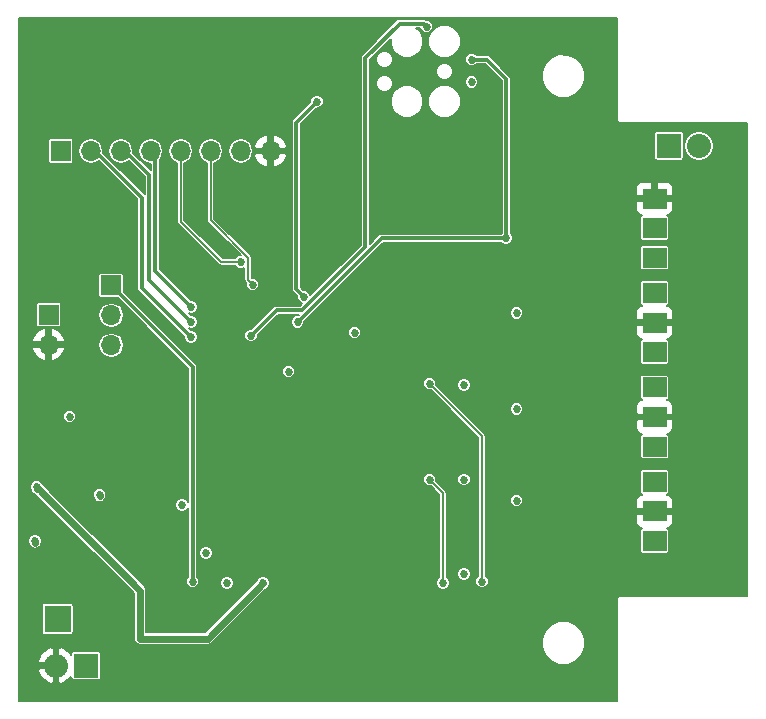
<source format=gbr>
G04 #@! TF.FileFunction,Copper,L4,Bot,Signal*
%FSLAX46Y46*%
G04 Gerber Fmt 4.6, Leading zero omitted, Abs format (unit mm)*
G04 Created by KiCad (PCBNEW 4.0.2-4+6225~38~ubuntu14.04.1-stable) date Thu 30 Mar 2017 04:50:54 PM CEST*
%MOMM*%
G01*
G04 APERTURE LIST*
%ADD10C,0.100000*%
%ADD11R,2.032000X2.032000*%
%ADD12O,2.032000X2.032000*%
%ADD13R,2.235200X2.235200*%
%ADD14R,2.000000X1.700000*%
%ADD15R,1.700000X1.700000*%
%ADD16O,1.700000X1.700000*%
%ADD17C,0.685800*%
%ADD18C,0.152400*%
%ADD19C,0.304800*%
%ADD20C,0.609600*%
G04 APERTURE END LIST*
D10*
D11*
X98679000Y-175768000D03*
D12*
X96139000Y-175768000D03*
D11*
X148031200Y-131775200D03*
D12*
X150571200Y-131775200D03*
D13*
X96266000Y-171831000D03*
D14*
X146812000Y-141224000D03*
X146812000Y-138724000D03*
X146812000Y-136224000D03*
X146812000Y-144224000D03*
X146812000Y-146724000D03*
X146812000Y-149224000D03*
X146812000Y-152224000D03*
X146812000Y-154724000D03*
X146812000Y-157224000D03*
X146812000Y-160224000D03*
X146812000Y-162724000D03*
X146812000Y-165224000D03*
D15*
X96520000Y-132207000D03*
D16*
X99060000Y-132207000D03*
X101600000Y-132207000D03*
X104140000Y-132207000D03*
X106680000Y-132207000D03*
X109220000Y-132207000D03*
X111760000Y-132207000D03*
X114300000Y-132207000D03*
D15*
X95504000Y-146050000D03*
D16*
X95504000Y-148590000D03*
D15*
X100812600Y-143586200D03*
D16*
X100812600Y-146126200D03*
X100812600Y-148666200D03*
D17*
X123825000Y-127889000D03*
X128905000Y-168783000D03*
X127762000Y-160020000D03*
X132207000Y-168656000D03*
X127762000Y-151892000D03*
X107569000Y-145415000D03*
X107569000Y-146685000D03*
X107569000Y-147955000D03*
X108839000Y-166243000D03*
X106807000Y-162179000D03*
X135128000Y-154051000D03*
X135128000Y-145923000D03*
X110617000Y-168783000D03*
X135128000Y-161798000D03*
X94361000Y-165227000D03*
X99822000Y-161290000D03*
X118237000Y-128016000D03*
X117094000Y-144526000D03*
X111760000Y-141605000D03*
X112776000Y-143510000D03*
X107696000Y-168656000D03*
X97282000Y-154686000D03*
X113665000Y-168783000D03*
X94488000Y-160655000D03*
X112649000Y-147828000D03*
X127508000Y-121666000D03*
X131318000Y-124460000D03*
X116586000Y-146685000D03*
X134239000Y-139573000D03*
X131318000Y-126365000D03*
X130683000Y-160020000D03*
X130683000Y-152019000D03*
X130683000Y-168021000D03*
X115824000Y-150876000D03*
X121412000Y-147574000D03*
D18*
X128905000Y-168783000D02*
X128905000Y-164338000D01*
X128905000Y-161163000D02*
X127762000Y-160020000D01*
X128905000Y-164338000D02*
X128905000Y-161163000D01*
X132207000Y-168656000D02*
X132207000Y-162560000D01*
X132207000Y-156337000D02*
X127762000Y-151892000D01*
X132207000Y-162560000D02*
X132207000Y-156337000D01*
D19*
X104521000Y-142367000D02*
X107569000Y-145415000D01*
X104521000Y-141732000D02*
X104521000Y-142367000D01*
X104521000Y-132207000D02*
X104521000Y-141732000D01*
X101981000Y-132207000D02*
X104013000Y-134239000D01*
X104013000Y-134239000D02*
X104013000Y-143129000D01*
X104013000Y-143129000D02*
X107569000Y-146685000D01*
X107569000Y-147955000D02*
X103378000Y-143764000D01*
X103378000Y-136144000D02*
X99441000Y-132207000D01*
X103378000Y-143764000D02*
X103378000Y-136144000D01*
D20*
X94361000Y-165227000D02*
X94361000Y-165354000D01*
X99822000Y-161290000D02*
X99822000Y-161417000D01*
D19*
X116459000Y-130048000D02*
X116459000Y-129794000D01*
X116459000Y-129794000D02*
X118237000Y-128016000D01*
X117094000Y-144526000D02*
X116459000Y-143891000D01*
X116459000Y-143891000D02*
X116459000Y-133604000D01*
X116459000Y-133604000D02*
X116459000Y-130048000D01*
D18*
X111760000Y-141605000D02*
X110109000Y-141605000D01*
X110109000Y-141605000D02*
X106680000Y-138176000D01*
X106680000Y-138176000D02*
X106680000Y-132207000D01*
X112776000Y-143510000D02*
X112395000Y-143129000D01*
X112395000Y-143129000D02*
X112395000Y-141224000D01*
X112395000Y-141224000D02*
X109220000Y-138049000D01*
X109220000Y-138049000D02*
X109220000Y-132207000D01*
X150571200Y-131775200D02*
X150571200Y-132334000D01*
D19*
X100812600Y-143586200D02*
X107696000Y-150469600D01*
X107696000Y-150469600D02*
X107696000Y-168656000D01*
D20*
X103251000Y-173482000D02*
X108966000Y-173482000D01*
X108966000Y-173482000D02*
X113665000Y-168783000D01*
X94488000Y-160655000D02*
X103251000Y-169418000D01*
X103251000Y-169418000D02*
X103251000Y-173482000D01*
X94488000Y-160655000D02*
X94488000Y-160782000D01*
D19*
X114808000Y-145669000D02*
X112649000Y-147828000D01*
X116955418Y-145669000D02*
X114808000Y-145669000D01*
X122301000Y-140323418D02*
X116955418Y-145669000D01*
X122301000Y-124333000D02*
X122301000Y-140323418D01*
X125222000Y-121412000D02*
X122301000Y-124333000D01*
X127254000Y-121412000D02*
X125222000Y-121412000D01*
X127508000Y-121666000D02*
X127254000Y-121412000D01*
X131318000Y-124460000D02*
X132588000Y-124460000D01*
X134239000Y-126111000D02*
X134239000Y-139573000D01*
X132588000Y-124460000D02*
X134239000Y-126111000D01*
X116586000Y-146685000D02*
X123698000Y-139573000D01*
X123698000Y-139573000D02*
X134239000Y-139573000D01*
D18*
G36*
X143608400Y-129540000D02*
X143631510Y-129656183D01*
X143697322Y-129754678D01*
X143795817Y-129820490D01*
X143912000Y-129843600D01*
X154636400Y-129843600D01*
X154636400Y-169876400D01*
X143912000Y-169876400D01*
X143795817Y-169899510D01*
X143697322Y-169965322D01*
X143631510Y-170063817D01*
X143608400Y-170180000D01*
X143608400Y-178766400D01*
X93013600Y-178766400D01*
X93013600Y-176192389D01*
X94596089Y-176192389D01*
X94875943Y-176750531D01*
X95348086Y-177159091D01*
X95714613Y-177310899D01*
X95961200Y-177211239D01*
X95961200Y-175945800D01*
X94694746Y-175945800D01*
X94596089Y-176192389D01*
X93013600Y-176192389D01*
X93013600Y-175343611D01*
X94596089Y-175343611D01*
X94694746Y-175590200D01*
X95961200Y-175590200D01*
X95961200Y-174324761D01*
X96316800Y-174324761D01*
X96316800Y-175590200D01*
X96336800Y-175590200D01*
X96336800Y-175945800D01*
X96316800Y-175945800D01*
X96316800Y-177211239D01*
X96563387Y-177310899D01*
X96929914Y-177159091D01*
X97402057Y-176750531D01*
X97429922Y-176694957D01*
X97429922Y-176784000D01*
X97445862Y-176868714D01*
X97495928Y-176946518D01*
X97572320Y-176998715D01*
X97663000Y-177017078D01*
X99695000Y-177017078D01*
X99779714Y-177001138D01*
X99857518Y-176951072D01*
X99909715Y-176874680D01*
X99928078Y-176784000D01*
X99928078Y-174752000D01*
X99912138Y-174667286D01*
X99862072Y-174589482D01*
X99785680Y-174537285D01*
X99695000Y-174518922D01*
X97663000Y-174518922D01*
X97578286Y-174534862D01*
X97500482Y-174584928D01*
X97448285Y-174661320D01*
X97429922Y-174752000D01*
X97429922Y-174841043D01*
X97402057Y-174785469D01*
X96929914Y-174376909D01*
X96563387Y-174225101D01*
X96316800Y-174324761D01*
X95961200Y-174324761D01*
X95714613Y-174225101D01*
X95348086Y-174376909D01*
X94875943Y-174785469D01*
X94596089Y-175343611D01*
X93013600Y-175343611D01*
X93013600Y-174222135D01*
X137257084Y-174222135D01*
X137534885Y-174894465D01*
X138048829Y-175409307D01*
X138720673Y-175688282D01*
X139448135Y-175688916D01*
X140120465Y-175411115D01*
X140635307Y-174897171D01*
X140914282Y-174225327D01*
X140914916Y-173497865D01*
X140637115Y-172825535D01*
X140123171Y-172310693D01*
X139451327Y-172031718D01*
X138723865Y-172031084D01*
X138051535Y-172308885D01*
X137536693Y-172822829D01*
X137257718Y-173494673D01*
X137257084Y-174222135D01*
X93013600Y-174222135D01*
X93013600Y-170713400D01*
X94915322Y-170713400D01*
X94915322Y-172948600D01*
X94931262Y-173033314D01*
X94981328Y-173111118D01*
X95057720Y-173163315D01*
X95148400Y-173181678D01*
X97383600Y-173181678D01*
X97468314Y-173165738D01*
X97546118Y-173115672D01*
X97598315Y-173039280D01*
X97616678Y-172948600D01*
X97616678Y-170713400D01*
X97600738Y-170628686D01*
X97550672Y-170550882D01*
X97474280Y-170498685D01*
X97383600Y-170480322D01*
X95148400Y-170480322D01*
X95063686Y-170496262D01*
X94985882Y-170546328D01*
X94933685Y-170622720D01*
X94915322Y-170713400D01*
X93013600Y-170713400D01*
X93013600Y-165340180D01*
X93789401Y-165340180D01*
X93857759Y-165505617D01*
X93868203Y-165558123D01*
X93983829Y-165731171D01*
X94156877Y-165846797D01*
X94361000Y-165887400D01*
X94565123Y-165846797D01*
X94738171Y-165731171D01*
X94853797Y-165558123D01*
X94864354Y-165505049D01*
X94932400Y-165341177D01*
X94932599Y-165113820D01*
X94845776Y-164903694D01*
X94685151Y-164742789D01*
X94475177Y-164655600D01*
X94247820Y-164655401D01*
X94037694Y-164742224D01*
X93876789Y-164902849D01*
X93789600Y-165112823D01*
X93789401Y-165340180D01*
X93013600Y-165340180D01*
X93013600Y-160768180D01*
X93916401Y-160768180D01*
X93984759Y-160933617D01*
X93995203Y-160986123D01*
X94110829Y-161159171D01*
X94283877Y-161274797D01*
X94370732Y-161292074D01*
X102717600Y-169638941D01*
X102717600Y-173482000D01*
X102758203Y-173686123D01*
X102873829Y-173859171D01*
X103046877Y-173974797D01*
X103251000Y-174015400D01*
X108966000Y-174015400D01*
X109170123Y-173974797D01*
X109343171Y-173859171D01*
X113896724Y-169305617D01*
X113988306Y-169267776D01*
X114149211Y-169107151D01*
X114236400Y-168897177D01*
X114236599Y-168669820D01*
X114149776Y-168459694D01*
X113989151Y-168298789D01*
X113779177Y-168211600D01*
X113551820Y-168211401D01*
X113341694Y-168298224D01*
X113180789Y-168458849D01*
X113142429Y-168551230D01*
X108745058Y-172948600D01*
X103784400Y-172948600D01*
X103784400Y-169418000D01*
X103743797Y-169213877D01*
X103743797Y-169213876D01*
X103694575Y-169140211D01*
X103628171Y-169040829D01*
X103628168Y-169040827D01*
X95990522Y-161403180D01*
X99250401Y-161403180D01*
X99318759Y-161568617D01*
X99329203Y-161621123D01*
X99444829Y-161794171D01*
X99617877Y-161909797D01*
X99822000Y-161950400D01*
X100026123Y-161909797D01*
X100199171Y-161794171D01*
X100314797Y-161621123D01*
X100325354Y-161568049D01*
X100393400Y-161404177D01*
X100393599Y-161176820D01*
X100306776Y-160966694D01*
X100146151Y-160805789D01*
X99936177Y-160718600D01*
X99708820Y-160718401D01*
X99498694Y-160805224D01*
X99337789Y-160965849D01*
X99250600Y-161175823D01*
X99250401Y-161403180D01*
X95990522Y-161403180D01*
X95010617Y-160423275D01*
X94972776Y-160331694D01*
X94812151Y-160170789D01*
X94602177Y-160083600D01*
X94374820Y-160083401D01*
X94164694Y-160170224D01*
X94003789Y-160330849D01*
X93916600Y-160540823D01*
X93916401Y-160768180D01*
X93013600Y-160768180D01*
X93013600Y-154799180D01*
X96710401Y-154799180D01*
X96797224Y-155009306D01*
X96957849Y-155170211D01*
X97167823Y-155257400D01*
X97395180Y-155257599D01*
X97605306Y-155170776D01*
X97766211Y-155010151D01*
X97853400Y-154800177D01*
X97853599Y-154572820D01*
X97766776Y-154362694D01*
X97606151Y-154201789D01*
X97396177Y-154114600D01*
X97168820Y-154114401D01*
X96958694Y-154201224D01*
X96797789Y-154361849D01*
X96710600Y-154571823D01*
X96710401Y-154799180D01*
X93013600Y-154799180D01*
X93013600Y-148988239D01*
X94126199Y-148988239D01*
X94248138Y-149282663D01*
X94608806Y-149710535D01*
X95105759Y-149967815D01*
X95326200Y-149867100D01*
X95326200Y-148767800D01*
X95681800Y-148767800D01*
X95681800Y-149867100D01*
X95902241Y-149967815D01*
X96399194Y-149710535D01*
X96759862Y-149282663D01*
X96881801Y-148988239D01*
X96779820Y-148767800D01*
X95681800Y-148767800D01*
X95326200Y-148767800D01*
X94228180Y-148767800D01*
X94126199Y-148988239D01*
X93013600Y-148988239D01*
X93013600Y-148666200D01*
X99712869Y-148666200D01*
X99794973Y-149078962D01*
X100028784Y-149428885D01*
X100378707Y-149662696D01*
X100791469Y-149744800D01*
X100833731Y-149744800D01*
X101246493Y-149662696D01*
X101596416Y-149428885D01*
X101830227Y-149078962D01*
X101912331Y-148666200D01*
X101830227Y-148253438D01*
X101596416Y-147903515D01*
X101246493Y-147669704D01*
X100833731Y-147587600D01*
X100791469Y-147587600D01*
X100378707Y-147669704D01*
X100028784Y-147903515D01*
X99794973Y-148253438D01*
X99712869Y-148666200D01*
X93013600Y-148666200D01*
X93013600Y-148191761D01*
X94126199Y-148191761D01*
X94228180Y-148412200D01*
X95326200Y-148412200D01*
X95326200Y-147312900D01*
X95681800Y-147312900D01*
X95681800Y-148412200D01*
X96779820Y-148412200D01*
X96881801Y-148191761D01*
X96759862Y-147897337D01*
X96399194Y-147469465D01*
X95902241Y-147212185D01*
X95681800Y-147312900D01*
X95326200Y-147312900D01*
X95105759Y-147212185D01*
X94608806Y-147469465D01*
X94248138Y-147897337D01*
X94126199Y-148191761D01*
X93013600Y-148191761D01*
X93013600Y-145200000D01*
X94420922Y-145200000D01*
X94420922Y-146900000D01*
X94436862Y-146984714D01*
X94486928Y-147062518D01*
X94563320Y-147114715D01*
X94654000Y-147133078D01*
X96354000Y-147133078D01*
X96438714Y-147117138D01*
X96516518Y-147067072D01*
X96568715Y-146990680D01*
X96587078Y-146900000D01*
X96587078Y-146126200D01*
X99712869Y-146126200D01*
X99794973Y-146538962D01*
X100028784Y-146888885D01*
X100378707Y-147122696D01*
X100791469Y-147204800D01*
X100833731Y-147204800D01*
X101246493Y-147122696D01*
X101596416Y-146888885D01*
X101830227Y-146538962D01*
X101912331Y-146126200D01*
X101830227Y-145713438D01*
X101596416Y-145363515D01*
X101246493Y-145129704D01*
X100833731Y-145047600D01*
X100791469Y-145047600D01*
X100378707Y-145129704D01*
X100028784Y-145363515D01*
X99794973Y-145713438D01*
X99712869Y-146126200D01*
X96587078Y-146126200D01*
X96587078Y-145200000D01*
X96571138Y-145115286D01*
X96521072Y-145037482D01*
X96444680Y-144985285D01*
X96354000Y-144966922D01*
X94654000Y-144966922D01*
X94569286Y-144982862D01*
X94491482Y-145032928D01*
X94439285Y-145109320D01*
X94420922Y-145200000D01*
X93013600Y-145200000D01*
X93013600Y-142736200D01*
X99729522Y-142736200D01*
X99729522Y-144436200D01*
X99745462Y-144520914D01*
X99795528Y-144598718D01*
X99871920Y-144650915D01*
X99962600Y-144669278D01*
X101356862Y-144669278D01*
X107315000Y-150627415D01*
X107315000Y-161911900D01*
X107291776Y-161855694D01*
X107131151Y-161694789D01*
X106921177Y-161607600D01*
X106693820Y-161607401D01*
X106483694Y-161694224D01*
X106322789Y-161854849D01*
X106235600Y-162064823D01*
X106235401Y-162292180D01*
X106322224Y-162502306D01*
X106482849Y-162663211D01*
X106692823Y-162750400D01*
X106920180Y-162750599D01*
X107130306Y-162663776D01*
X107291211Y-162503151D01*
X107315000Y-162445861D01*
X107315000Y-168228818D01*
X107211789Y-168331849D01*
X107124600Y-168541823D01*
X107124401Y-168769180D01*
X107211224Y-168979306D01*
X107371849Y-169140211D01*
X107581823Y-169227400D01*
X107809180Y-169227599D01*
X108019306Y-169140776D01*
X108180211Y-168980151D01*
X108215078Y-168896180D01*
X110045401Y-168896180D01*
X110132224Y-169106306D01*
X110292849Y-169267211D01*
X110502823Y-169354400D01*
X110730180Y-169354599D01*
X110940306Y-169267776D01*
X111101211Y-169107151D01*
X111188400Y-168897177D01*
X111188599Y-168669820D01*
X111101776Y-168459694D01*
X110941151Y-168298789D01*
X110731177Y-168211600D01*
X110503820Y-168211401D01*
X110293694Y-168298224D01*
X110132789Y-168458849D01*
X110045600Y-168668823D01*
X110045401Y-168896180D01*
X108215078Y-168896180D01*
X108267400Y-168770177D01*
X108267599Y-168542820D01*
X108180776Y-168332694D01*
X108077000Y-168228737D01*
X108077000Y-166356180D01*
X108267401Y-166356180D01*
X108354224Y-166566306D01*
X108514849Y-166727211D01*
X108724823Y-166814400D01*
X108952180Y-166814599D01*
X109162306Y-166727776D01*
X109323211Y-166567151D01*
X109410400Y-166357177D01*
X109410599Y-166129820D01*
X109323776Y-165919694D01*
X109163151Y-165758789D01*
X108953177Y-165671600D01*
X108725820Y-165671401D01*
X108515694Y-165758224D01*
X108354789Y-165918849D01*
X108267600Y-166128823D01*
X108267401Y-166356180D01*
X108077000Y-166356180D01*
X108077000Y-160133180D01*
X127190401Y-160133180D01*
X127277224Y-160343306D01*
X127437849Y-160504211D01*
X127647823Y-160591400D01*
X127875180Y-160591599D01*
X127894545Y-160583597D01*
X128600200Y-161289252D01*
X128600200Y-168290577D01*
X128581694Y-168298224D01*
X128420789Y-168458849D01*
X128333600Y-168668823D01*
X128333401Y-168896180D01*
X128420224Y-169106306D01*
X128580849Y-169267211D01*
X128790823Y-169354400D01*
X129018180Y-169354599D01*
X129228306Y-169267776D01*
X129389211Y-169107151D01*
X129476400Y-168897177D01*
X129476599Y-168669820D01*
X129389776Y-168459694D01*
X129229151Y-168298789D01*
X129209800Y-168290754D01*
X129209800Y-168134180D01*
X130111401Y-168134180D01*
X130198224Y-168344306D01*
X130358849Y-168505211D01*
X130568823Y-168592400D01*
X130796180Y-168592599D01*
X131006306Y-168505776D01*
X131167211Y-168345151D01*
X131254400Y-168135177D01*
X131254599Y-167907820D01*
X131167776Y-167697694D01*
X131007151Y-167536789D01*
X130797177Y-167449600D01*
X130569820Y-167449401D01*
X130359694Y-167536224D01*
X130198789Y-167696849D01*
X130111600Y-167906823D01*
X130111401Y-168134180D01*
X129209800Y-168134180D01*
X129209800Y-161163000D01*
X129186598Y-161046358D01*
X129120526Y-160947474D01*
X128325721Y-160152669D01*
X128333400Y-160134177D01*
X128333400Y-160133180D01*
X130111401Y-160133180D01*
X130198224Y-160343306D01*
X130358849Y-160504211D01*
X130568823Y-160591400D01*
X130796180Y-160591599D01*
X131006306Y-160504776D01*
X131167211Y-160344151D01*
X131254400Y-160134177D01*
X131254599Y-159906820D01*
X131167776Y-159696694D01*
X131007151Y-159535789D01*
X130797177Y-159448600D01*
X130569820Y-159448401D01*
X130359694Y-159535224D01*
X130198789Y-159695849D01*
X130111600Y-159905823D01*
X130111401Y-160133180D01*
X128333400Y-160133180D01*
X128333599Y-159906820D01*
X128246776Y-159696694D01*
X128086151Y-159535789D01*
X127876177Y-159448600D01*
X127648820Y-159448401D01*
X127438694Y-159535224D01*
X127277789Y-159695849D01*
X127190600Y-159905823D01*
X127190401Y-160133180D01*
X108077000Y-160133180D01*
X108077000Y-152005180D01*
X127190401Y-152005180D01*
X127277224Y-152215306D01*
X127437849Y-152376211D01*
X127647823Y-152463400D01*
X127875180Y-152463599D01*
X127894545Y-152455597D01*
X131902200Y-156463252D01*
X131902200Y-168163577D01*
X131883694Y-168171224D01*
X131722789Y-168331849D01*
X131635600Y-168541823D01*
X131635401Y-168769180D01*
X131722224Y-168979306D01*
X131882849Y-169140211D01*
X132092823Y-169227400D01*
X132320180Y-169227599D01*
X132530306Y-169140776D01*
X132691211Y-168980151D01*
X132778400Y-168770177D01*
X132778599Y-168542820D01*
X132691776Y-168332694D01*
X132531151Y-168171789D01*
X132511800Y-168163754D01*
X132511800Y-163047850D01*
X145227800Y-163047850D01*
X145227800Y-163690204D01*
X145316739Y-163904922D01*
X145481077Y-164069261D01*
X145695795Y-164158200D01*
X145725207Y-164158200D01*
X145649482Y-164206928D01*
X145597285Y-164283320D01*
X145578922Y-164374000D01*
X145578922Y-166074000D01*
X145594862Y-166158714D01*
X145644928Y-166236518D01*
X145721320Y-166288715D01*
X145812000Y-166307078D01*
X147812000Y-166307078D01*
X147896714Y-166291138D01*
X147974518Y-166241072D01*
X148026715Y-166164680D01*
X148045078Y-166074000D01*
X148045078Y-164374000D01*
X148029138Y-164289286D01*
X147979072Y-164211482D01*
X147902680Y-164159285D01*
X147897322Y-164158200D01*
X147928205Y-164158200D01*
X148142923Y-164069261D01*
X148307261Y-163904922D01*
X148396200Y-163690204D01*
X148396200Y-163047850D01*
X148250150Y-162901800D01*
X146989800Y-162901800D01*
X146989800Y-162921800D01*
X146634200Y-162921800D01*
X146634200Y-162901800D01*
X145373850Y-162901800D01*
X145227800Y-163047850D01*
X132511800Y-163047850D01*
X132511800Y-161911180D01*
X134556401Y-161911180D01*
X134643224Y-162121306D01*
X134803849Y-162282211D01*
X135013823Y-162369400D01*
X135241180Y-162369599D01*
X135451306Y-162282776D01*
X135612211Y-162122151D01*
X135699400Y-161912177D01*
X135699535Y-161757796D01*
X145227800Y-161757796D01*
X145227800Y-162400150D01*
X145373850Y-162546200D01*
X146634200Y-162546200D01*
X146634200Y-162526200D01*
X146989800Y-162526200D01*
X146989800Y-162546200D01*
X148250150Y-162546200D01*
X148396200Y-162400150D01*
X148396200Y-161757796D01*
X148307261Y-161543078D01*
X148142923Y-161378739D01*
X147928205Y-161289800D01*
X147898793Y-161289800D01*
X147974518Y-161241072D01*
X148026715Y-161164680D01*
X148045078Y-161074000D01*
X148045078Y-159374000D01*
X148029138Y-159289286D01*
X147979072Y-159211482D01*
X147902680Y-159159285D01*
X147812000Y-159140922D01*
X145812000Y-159140922D01*
X145727286Y-159156862D01*
X145649482Y-159206928D01*
X145597285Y-159283320D01*
X145578922Y-159374000D01*
X145578922Y-161074000D01*
X145594862Y-161158714D01*
X145644928Y-161236518D01*
X145721320Y-161288715D01*
X145726678Y-161289800D01*
X145695795Y-161289800D01*
X145481077Y-161378739D01*
X145316739Y-161543078D01*
X145227800Y-161757796D01*
X135699535Y-161757796D01*
X135699599Y-161684820D01*
X135612776Y-161474694D01*
X135452151Y-161313789D01*
X135242177Y-161226600D01*
X135014820Y-161226401D01*
X134804694Y-161313224D01*
X134643789Y-161473849D01*
X134556600Y-161683823D01*
X134556401Y-161911180D01*
X132511800Y-161911180D01*
X132511800Y-156337000D01*
X132488598Y-156220358D01*
X132422526Y-156121474D01*
X131348902Y-155047850D01*
X145227800Y-155047850D01*
X145227800Y-155690204D01*
X145316739Y-155904922D01*
X145481077Y-156069261D01*
X145695795Y-156158200D01*
X145725207Y-156158200D01*
X145649482Y-156206928D01*
X145597285Y-156283320D01*
X145578922Y-156374000D01*
X145578922Y-158074000D01*
X145594862Y-158158714D01*
X145644928Y-158236518D01*
X145721320Y-158288715D01*
X145812000Y-158307078D01*
X147812000Y-158307078D01*
X147896714Y-158291138D01*
X147974518Y-158241072D01*
X148026715Y-158164680D01*
X148045078Y-158074000D01*
X148045078Y-156374000D01*
X148029138Y-156289286D01*
X147979072Y-156211482D01*
X147902680Y-156159285D01*
X147897322Y-156158200D01*
X147928205Y-156158200D01*
X148142923Y-156069261D01*
X148307261Y-155904922D01*
X148396200Y-155690204D01*
X148396200Y-155047850D01*
X148250150Y-154901800D01*
X146989800Y-154901800D01*
X146989800Y-154921800D01*
X146634200Y-154921800D01*
X146634200Y-154901800D01*
X145373850Y-154901800D01*
X145227800Y-155047850D01*
X131348902Y-155047850D01*
X130465232Y-154164180D01*
X134556401Y-154164180D01*
X134643224Y-154374306D01*
X134803849Y-154535211D01*
X135013823Y-154622400D01*
X135241180Y-154622599D01*
X135451306Y-154535776D01*
X135612211Y-154375151D01*
X135699400Y-154165177D01*
X135699599Y-153937820D01*
X135625214Y-153757796D01*
X145227800Y-153757796D01*
X145227800Y-154400150D01*
X145373850Y-154546200D01*
X146634200Y-154546200D01*
X146634200Y-154526200D01*
X146989800Y-154526200D01*
X146989800Y-154546200D01*
X148250150Y-154546200D01*
X148396200Y-154400150D01*
X148396200Y-153757796D01*
X148307261Y-153543078D01*
X148142923Y-153378739D01*
X147928205Y-153289800D01*
X147898793Y-153289800D01*
X147974518Y-153241072D01*
X148026715Y-153164680D01*
X148045078Y-153074000D01*
X148045078Y-151374000D01*
X148029138Y-151289286D01*
X147979072Y-151211482D01*
X147902680Y-151159285D01*
X147812000Y-151140922D01*
X145812000Y-151140922D01*
X145727286Y-151156862D01*
X145649482Y-151206928D01*
X145597285Y-151283320D01*
X145578922Y-151374000D01*
X145578922Y-153074000D01*
X145594862Y-153158714D01*
X145644928Y-153236518D01*
X145721320Y-153288715D01*
X145726678Y-153289800D01*
X145695795Y-153289800D01*
X145481077Y-153378739D01*
X145316739Y-153543078D01*
X145227800Y-153757796D01*
X135625214Y-153757796D01*
X135612776Y-153727694D01*
X135452151Y-153566789D01*
X135242177Y-153479600D01*
X135014820Y-153479401D01*
X134804694Y-153566224D01*
X134643789Y-153726849D01*
X134556600Y-153936823D01*
X134556401Y-154164180D01*
X130465232Y-154164180D01*
X128433232Y-152132180D01*
X130111401Y-152132180D01*
X130198224Y-152342306D01*
X130358849Y-152503211D01*
X130568823Y-152590400D01*
X130796180Y-152590599D01*
X131006306Y-152503776D01*
X131167211Y-152343151D01*
X131254400Y-152133177D01*
X131254599Y-151905820D01*
X131167776Y-151695694D01*
X131007151Y-151534789D01*
X130797177Y-151447600D01*
X130569820Y-151447401D01*
X130359694Y-151534224D01*
X130198789Y-151694849D01*
X130111600Y-151904823D01*
X130111401Y-152132180D01*
X128433232Y-152132180D01*
X128325721Y-152024669D01*
X128333400Y-152006177D01*
X128333599Y-151778820D01*
X128246776Y-151568694D01*
X128086151Y-151407789D01*
X127876177Y-151320600D01*
X127648820Y-151320401D01*
X127438694Y-151407224D01*
X127277789Y-151567849D01*
X127190600Y-151777823D01*
X127190401Y-152005180D01*
X108077000Y-152005180D01*
X108077000Y-150989180D01*
X115252401Y-150989180D01*
X115339224Y-151199306D01*
X115499849Y-151360211D01*
X115709823Y-151447400D01*
X115937180Y-151447599D01*
X116147306Y-151360776D01*
X116308211Y-151200151D01*
X116395400Y-150990177D01*
X116395599Y-150762820D01*
X116308776Y-150552694D01*
X116148151Y-150391789D01*
X115938177Y-150304600D01*
X115710820Y-150304401D01*
X115500694Y-150391224D01*
X115339789Y-150551849D01*
X115252600Y-150761823D01*
X115252401Y-150989180D01*
X108077000Y-150989180D01*
X108077000Y-150469605D01*
X108077001Y-150469600D01*
X108047998Y-150323798D01*
X108035037Y-150304401D01*
X107965408Y-150200192D01*
X107965405Y-150200190D01*
X101895678Y-144130462D01*
X101895678Y-142736200D01*
X101879738Y-142651486D01*
X101829672Y-142573682D01*
X101753280Y-142521485D01*
X101662600Y-142503122D01*
X99962600Y-142503122D01*
X99877886Y-142519062D01*
X99800082Y-142569128D01*
X99747885Y-142645520D01*
X99729522Y-142736200D01*
X93013600Y-142736200D01*
X93013600Y-131357000D01*
X95436922Y-131357000D01*
X95436922Y-133057000D01*
X95452862Y-133141714D01*
X95502928Y-133219518D01*
X95579320Y-133271715D01*
X95670000Y-133290078D01*
X97370000Y-133290078D01*
X97454714Y-133274138D01*
X97532518Y-133224072D01*
X97584715Y-133147680D01*
X97603078Y-133057000D01*
X97603078Y-132185869D01*
X97981400Y-132185869D01*
X97981400Y-132228131D01*
X98063504Y-132640893D01*
X98297315Y-132990816D01*
X98647238Y-133224627D01*
X99060000Y-133306731D01*
X99472762Y-133224627D01*
X99740748Y-133045564D01*
X102997000Y-136301816D01*
X102997000Y-143764000D01*
X103026002Y-143909803D01*
X103108592Y-144033408D01*
X106997529Y-147922345D01*
X106997401Y-148068180D01*
X107084224Y-148278306D01*
X107244849Y-148439211D01*
X107454823Y-148526400D01*
X107682180Y-148526599D01*
X107892306Y-148439776D01*
X108053211Y-148279151D01*
X108140400Y-148069177D01*
X108140512Y-147941180D01*
X112077401Y-147941180D01*
X112164224Y-148151306D01*
X112324849Y-148312211D01*
X112534823Y-148399400D01*
X112762180Y-148399599D01*
X112972306Y-148312776D01*
X113133211Y-148152151D01*
X113220400Y-147942177D01*
X113220529Y-147795287D01*
X113328636Y-147687180D01*
X120840401Y-147687180D01*
X120927224Y-147897306D01*
X121087849Y-148058211D01*
X121297823Y-148145400D01*
X121525180Y-148145599D01*
X121735306Y-148058776D01*
X121896211Y-147898151D01*
X121983400Y-147688177D01*
X121983599Y-147460820D01*
X121896776Y-147250694D01*
X121736151Y-147089789D01*
X121635151Y-147047850D01*
X145227800Y-147047850D01*
X145227800Y-147690204D01*
X145316739Y-147904922D01*
X145481077Y-148069261D01*
X145695795Y-148158200D01*
X145725207Y-148158200D01*
X145649482Y-148206928D01*
X145597285Y-148283320D01*
X145578922Y-148374000D01*
X145578922Y-150074000D01*
X145594862Y-150158714D01*
X145644928Y-150236518D01*
X145721320Y-150288715D01*
X145812000Y-150307078D01*
X147812000Y-150307078D01*
X147896714Y-150291138D01*
X147974518Y-150241072D01*
X148026715Y-150164680D01*
X148045078Y-150074000D01*
X148045078Y-148374000D01*
X148029138Y-148289286D01*
X147979072Y-148211482D01*
X147902680Y-148159285D01*
X147897322Y-148158200D01*
X147928205Y-148158200D01*
X148142923Y-148069261D01*
X148307261Y-147904922D01*
X148396200Y-147690204D01*
X148396200Y-147047850D01*
X148250150Y-146901800D01*
X146989800Y-146901800D01*
X146989800Y-146921800D01*
X146634200Y-146921800D01*
X146634200Y-146901800D01*
X145373850Y-146901800D01*
X145227800Y-147047850D01*
X121635151Y-147047850D01*
X121526177Y-147002600D01*
X121298820Y-147002401D01*
X121088694Y-147089224D01*
X120927789Y-147249849D01*
X120840600Y-147459823D01*
X120840401Y-147687180D01*
X113328636Y-147687180D01*
X114965816Y-146050000D01*
X116682184Y-146050000D01*
X116618655Y-146113529D01*
X116472820Y-146113401D01*
X116262694Y-146200224D01*
X116101789Y-146360849D01*
X116014600Y-146570823D01*
X116014401Y-146798180D01*
X116101224Y-147008306D01*
X116261849Y-147169211D01*
X116471823Y-147256400D01*
X116699180Y-147256599D01*
X116909306Y-147169776D01*
X117070211Y-147009151D01*
X117157400Y-146799177D01*
X117157529Y-146652287D01*
X117773636Y-146036180D01*
X134556401Y-146036180D01*
X134643224Y-146246306D01*
X134803849Y-146407211D01*
X135013823Y-146494400D01*
X135241180Y-146494599D01*
X135451306Y-146407776D01*
X135612211Y-146247151D01*
X135699400Y-146037177D01*
X135699599Y-145809820D01*
X135678103Y-145757796D01*
X145227800Y-145757796D01*
X145227800Y-146400150D01*
X145373850Y-146546200D01*
X146634200Y-146546200D01*
X146634200Y-146526200D01*
X146989800Y-146526200D01*
X146989800Y-146546200D01*
X148250150Y-146546200D01*
X148396200Y-146400150D01*
X148396200Y-145757796D01*
X148307261Y-145543078D01*
X148142923Y-145378739D01*
X147928205Y-145289800D01*
X147898793Y-145289800D01*
X147974518Y-145241072D01*
X148026715Y-145164680D01*
X148045078Y-145074000D01*
X148045078Y-143374000D01*
X148029138Y-143289286D01*
X147979072Y-143211482D01*
X147902680Y-143159285D01*
X147812000Y-143140922D01*
X145812000Y-143140922D01*
X145727286Y-143156862D01*
X145649482Y-143206928D01*
X145597285Y-143283320D01*
X145578922Y-143374000D01*
X145578922Y-145074000D01*
X145594862Y-145158714D01*
X145644928Y-145236518D01*
X145721320Y-145288715D01*
X145726678Y-145289800D01*
X145695795Y-145289800D01*
X145481077Y-145378739D01*
X145316739Y-145543078D01*
X145227800Y-145757796D01*
X135678103Y-145757796D01*
X135612776Y-145599694D01*
X135452151Y-145438789D01*
X135242177Y-145351600D01*
X135014820Y-145351401D01*
X134804694Y-145438224D01*
X134643789Y-145598849D01*
X134556600Y-145808823D01*
X134556401Y-146036180D01*
X117773636Y-146036180D01*
X123435816Y-140374000D01*
X145578922Y-140374000D01*
X145578922Y-142074000D01*
X145594862Y-142158714D01*
X145644928Y-142236518D01*
X145721320Y-142288715D01*
X145812000Y-142307078D01*
X147812000Y-142307078D01*
X147896714Y-142291138D01*
X147974518Y-142241072D01*
X148026715Y-142164680D01*
X148045078Y-142074000D01*
X148045078Y-140374000D01*
X148029138Y-140289286D01*
X147979072Y-140211482D01*
X147902680Y-140159285D01*
X147812000Y-140140922D01*
X145812000Y-140140922D01*
X145727286Y-140156862D01*
X145649482Y-140206928D01*
X145597285Y-140283320D01*
X145578922Y-140374000D01*
X123435816Y-140374000D01*
X123855816Y-139954000D01*
X133811818Y-139954000D01*
X133914849Y-140057211D01*
X134124823Y-140144400D01*
X134352180Y-140144599D01*
X134562306Y-140057776D01*
X134723211Y-139897151D01*
X134810400Y-139687177D01*
X134810599Y-139459820D01*
X134723776Y-139249694D01*
X134620000Y-139145737D01*
X134620000Y-136547850D01*
X145227800Y-136547850D01*
X145227800Y-137190204D01*
X145316739Y-137404922D01*
X145481077Y-137569261D01*
X145695795Y-137658200D01*
X145725207Y-137658200D01*
X145649482Y-137706928D01*
X145597285Y-137783320D01*
X145578922Y-137874000D01*
X145578922Y-139574000D01*
X145594862Y-139658714D01*
X145644928Y-139736518D01*
X145721320Y-139788715D01*
X145812000Y-139807078D01*
X147812000Y-139807078D01*
X147896714Y-139791138D01*
X147974518Y-139741072D01*
X148026715Y-139664680D01*
X148045078Y-139574000D01*
X148045078Y-137874000D01*
X148029138Y-137789286D01*
X147979072Y-137711482D01*
X147902680Y-137659285D01*
X147897322Y-137658200D01*
X147928205Y-137658200D01*
X148142923Y-137569261D01*
X148307261Y-137404922D01*
X148396200Y-137190204D01*
X148396200Y-136547850D01*
X148250150Y-136401800D01*
X146989800Y-136401800D01*
X146989800Y-136421800D01*
X146634200Y-136421800D01*
X146634200Y-136401800D01*
X145373850Y-136401800D01*
X145227800Y-136547850D01*
X134620000Y-136547850D01*
X134620000Y-135257796D01*
X145227800Y-135257796D01*
X145227800Y-135900150D01*
X145373850Y-136046200D01*
X146634200Y-136046200D01*
X146634200Y-134935850D01*
X146989800Y-134935850D01*
X146989800Y-136046200D01*
X148250150Y-136046200D01*
X148396200Y-135900150D01*
X148396200Y-135257796D01*
X148307261Y-135043078D01*
X148142923Y-134878739D01*
X147928205Y-134789800D01*
X147135850Y-134789800D01*
X146989800Y-134935850D01*
X146634200Y-134935850D01*
X146488150Y-134789800D01*
X145695795Y-134789800D01*
X145481077Y-134878739D01*
X145316739Y-135043078D01*
X145227800Y-135257796D01*
X134620000Y-135257796D01*
X134620000Y-130759200D01*
X146782122Y-130759200D01*
X146782122Y-132791200D01*
X146798062Y-132875914D01*
X146848128Y-132953718D01*
X146924520Y-133005915D01*
X147015200Y-133024278D01*
X149047200Y-133024278D01*
X149131914Y-133008338D01*
X149209718Y-132958272D01*
X149261915Y-132881880D01*
X149280278Y-132791200D01*
X149280278Y-131750817D01*
X149326600Y-131750817D01*
X149326600Y-131799583D01*
X149421340Y-132275871D01*
X149691135Y-132679648D01*
X150094912Y-132949443D01*
X150571200Y-133044183D01*
X151047488Y-132949443D01*
X151451265Y-132679648D01*
X151721060Y-132275871D01*
X151815800Y-131799583D01*
X151815800Y-131750817D01*
X151721060Y-131274529D01*
X151451265Y-130870752D01*
X151047488Y-130600957D01*
X150571200Y-130506217D01*
X150094912Y-130600957D01*
X149691135Y-130870752D01*
X149421340Y-131274529D01*
X149326600Y-131750817D01*
X149280278Y-131750817D01*
X149280278Y-130759200D01*
X149264338Y-130674486D01*
X149214272Y-130596682D01*
X149137880Y-130544485D01*
X149047200Y-130526122D01*
X147015200Y-130526122D01*
X146930486Y-130542062D01*
X146852682Y-130592128D01*
X146800485Y-130668520D01*
X146782122Y-130759200D01*
X134620000Y-130759200D01*
X134620000Y-126222135D01*
X137257084Y-126222135D01*
X137534885Y-126894465D01*
X138048829Y-127409307D01*
X138720673Y-127688282D01*
X139448135Y-127688916D01*
X140120465Y-127411115D01*
X140635307Y-126897171D01*
X140914282Y-126225327D01*
X140914916Y-125497865D01*
X140637115Y-124825535D01*
X140123171Y-124310693D01*
X139451327Y-124031718D01*
X138723865Y-124031084D01*
X138051535Y-124308885D01*
X137536693Y-124822829D01*
X137257718Y-125494673D01*
X137257084Y-126222135D01*
X134620000Y-126222135D01*
X134620000Y-126111005D01*
X134620001Y-126111000D01*
X134590998Y-125965198D01*
X134508408Y-125841592D01*
X134508405Y-125841590D01*
X132857408Y-124190592D01*
X132733803Y-124108002D01*
X132588000Y-124079000D01*
X131745182Y-124079000D01*
X131642151Y-123975789D01*
X131432177Y-123888600D01*
X131204820Y-123888401D01*
X130994694Y-123975224D01*
X130833789Y-124135849D01*
X130746600Y-124345823D01*
X130746401Y-124573180D01*
X130833224Y-124783306D01*
X130993849Y-124944211D01*
X131203823Y-125031400D01*
X131431180Y-125031599D01*
X131641306Y-124944776D01*
X131745263Y-124841000D01*
X132430184Y-124841000D01*
X133858000Y-126268815D01*
X133858000Y-139145818D01*
X133811737Y-139192000D01*
X123698005Y-139192000D01*
X123698000Y-139191999D01*
X123552198Y-139221002D01*
X123428592Y-139303592D01*
X122682000Y-140050184D01*
X122682000Y-128287631D01*
X124485163Y-128287631D01*
X124693536Y-128791934D01*
X125079037Y-129178108D01*
X125582975Y-129387361D01*
X126128631Y-129387837D01*
X126632934Y-129179464D01*
X127019108Y-128793963D01*
X127228361Y-128290025D01*
X127228363Y-128287631D01*
X127660163Y-128287631D01*
X127868536Y-128791934D01*
X128254037Y-129178108D01*
X128757975Y-129387361D01*
X129303631Y-129387837D01*
X129807934Y-129179464D01*
X130194108Y-128793963D01*
X130403361Y-128290025D01*
X130403837Y-127744369D01*
X130195464Y-127240066D01*
X129809963Y-126853892D01*
X129306025Y-126644639D01*
X128760369Y-126644163D01*
X128256066Y-126852536D01*
X127869892Y-127238037D01*
X127660639Y-127741975D01*
X127660163Y-128287631D01*
X127228363Y-128287631D01*
X127228837Y-127744369D01*
X127020464Y-127240066D01*
X126634963Y-126853892D01*
X126131025Y-126644639D01*
X125585369Y-126644163D01*
X125081066Y-126852536D01*
X124694892Y-127238037D01*
X124485639Y-127741975D01*
X124485163Y-128287631D01*
X122682000Y-128287631D01*
X122682000Y-126635361D01*
X123227975Y-126635361D01*
X123337950Y-126901521D01*
X123541408Y-127105335D01*
X123807376Y-127215774D01*
X124095361Y-127216025D01*
X124361521Y-127106050D01*
X124565335Y-126902592D01*
X124675774Y-126636624D01*
X124675912Y-126478180D01*
X130746401Y-126478180D01*
X130833224Y-126688306D01*
X130993849Y-126849211D01*
X131203823Y-126936400D01*
X131431180Y-126936599D01*
X131641306Y-126849776D01*
X131802211Y-126689151D01*
X131889400Y-126479177D01*
X131889599Y-126251820D01*
X131802776Y-126041694D01*
X131642151Y-125880789D01*
X131432177Y-125793600D01*
X131204820Y-125793401D01*
X130994694Y-125880224D01*
X130833789Y-126040849D01*
X130746600Y-126250823D01*
X130746401Y-126478180D01*
X124675912Y-126478180D01*
X124676025Y-126348639D01*
X124566050Y-126082479D01*
X124362592Y-125878665D01*
X124096624Y-125768226D01*
X123808639Y-125767975D01*
X123542479Y-125877950D01*
X123338665Y-126081408D01*
X123228226Y-126347376D01*
X123227975Y-126635361D01*
X122682000Y-126635361D01*
X122682000Y-125619361D01*
X128307975Y-125619361D01*
X128417950Y-125885521D01*
X128621408Y-126089335D01*
X128887376Y-126199774D01*
X129175361Y-126200025D01*
X129441521Y-126090050D01*
X129645335Y-125886592D01*
X129755774Y-125620624D01*
X129756025Y-125332639D01*
X129646050Y-125066479D01*
X129442592Y-124862665D01*
X129176624Y-124752226D01*
X128888639Y-124751975D01*
X128622479Y-124861950D01*
X128418665Y-125065408D01*
X128308226Y-125331376D01*
X128307975Y-125619361D01*
X122682000Y-125619361D01*
X122682000Y-124603361D01*
X123227975Y-124603361D01*
X123337950Y-124869521D01*
X123541408Y-125073335D01*
X123807376Y-125183774D01*
X124095361Y-125184025D01*
X124361521Y-125074050D01*
X124565335Y-124870592D01*
X124675774Y-124604624D01*
X124676025Y-124316639D01*
X124566050Y-124050479D01*
X124362592Y-123846665D01*
X124096624Y-123736226D01*
X123808639Y-123735975D01*
X123542479Y-123845950D01*
X123338665Y-124049408D01*
X123228226Y-124315376D01*
X123227975Y-124603361D01*
X122682000Y-124603361D01*
X122682000Y-124490816D01*
X124485617Y-122687199D01*
X124485163Y-123207631D01*
X124693536Y-123711934D01*
X125079037Y-124098108D01*
X125582975Y-124307361D01*
X126128631Y-124307837D01*
X126632934Y-124099464D01*
X127019108Y-123713963D01*
X127228361Y-123210025D01*
X127228363Y-123207631D01*
X127660163Y-123207631D01*
X127868536Y-123711934D01*
X128254037Y-124098108D01*
X128757975Y-124307361D01*
X129303631Y-124307837D01*
X129807934Y-124099464D01*
X130194108Y-123713963D01*
X130403361Y-123210025D01*
X130403837Y-122664369D01*
X130195464Y-122160066D01*
X129809963Y-121773892D01*
X129306025Y-121564639D01*
X128760369Y-121564163D01*
X128256066Y-121772536D01*
X127869892Y-122158037D01*
X127660639Y-122661975D01*
X127660163Y-123207631D01*
X127228363Y-123207631D01*
X127228837Y-122664369D01*
X127020464Y-122160066D01*
X126654038Y-121793000D01*
X126942111Y-121793000D01*
X127023224Y-121989306D01*
X127183849Y-122150211D01*
X127393823Y-122237400D01*
X127621180Y-122237599D01*
X127831306Y-122150776D01*
X127992211Y-121990151D01*
X128079400Y-121780177D01*
X128079599Y-121552820D01*
X127992776Y-121342694D01*
X127832151Y-121181789D01*
X127622177Y-121094600D01*
X127451359Y-121094450D01*
X127399803Y-121060002D01*
X127254000Y-121031000D01*
X125222005Y-121031000D01*
X125222000Y-121030999D01*
X125076198Y-121060002D01*
X124952592Y-121142592D01*
X122031592Y-124063592D01*
X121949002Y-124187197D01*
X121949002Y-124187198D01*
X121920000Y-124333000D01*
X121920000Y-140165603D01*
X117665593Y-144420009D01*
X117665599Y-144412820D01*
X117578776Y-144202694D01*
X117418151Y-144041789D01*
X117208177Y-143954600D01*
X117061287Y-143954471D01*
X116840000Y-143733184D01*
X116840000Y-129951816D01*
X118204344Y-128587471D01*
X118350180Y-128587599D01*
X118560306Y-128500776D01*
X118721211Y-128340151D01*
X118808400Y-128130177D01*
X118808599Y-127902820D01*
X118721776Y-127692694D01*
X118561151Y-127531789D01*
X118351177Y-127444600D01*
X118123820Y-127444401D01*
X117913694Y-127531224D01*
X117752789Y-127691849D01*
X117665600Y-127901823D01*
X117665471Y-128048713D01*
X116189592Y-129524592D01*
X116107002Y-129648197D01*
X116103262Y-129667000D01*
X116078000Y-129794000D01*
X116078000Y-143891000D01*
X116107002Y-144036803D01*
X116189592Y-144160408D01*
X116522529Y-144493344D01*
X116522401Y-144639180D01*
X116609224Y-144849306D01*
X116769849Y-145010211D01*
X116979823Y-145097400D01*
X116988195Y-145097407D01*
X116797602Y-145288000D01*
X114808000Y-145288000D01*
X114662197Y-145317002D01*
X114538592Y-145399592D01*
X112681655Y-147256529D01*
X112535820Y-147256401D01*
X112325694Y-147343224D01*
X112164789Y-147503849D01*
X112077600Y-147713823D01*
X112077401Y-147941180D01*
X108140512Y-147941180D01*
X108140599Y-147841820D01*
X108053776Y-147631694D01*
X107893151Y-147470789D01*
X107683177Y-147383600D01*
X107536287Y-147383471D01*
X107376831Y-147224015D01*
X107454823Y-147256400D01*
X107682180Y-147256599D01*
X107892306Y-147169776D01*
X108053211Y-147009151D01*
X108140400Y-146799177D01*
X108140599Y-146571820D01*
X108053776Y-146361694D01*
X107893151Y-146200789D01*
X107683177Y-146113600D01*
X107536287Y-146113471D01*
X107376829Y-145954014D01*
X107454823Y-145986400D01*
X107682180Y-145986599D01*
X107892306Y-145899776D01*
X108053211Y-145739151D01*
X108140400Y-145529177D01*
X108140599Y-145301820D01*
X108053776Y-145091694D01*
X107893151Y-144930789D01*
X107683177Y-144843600D01*
X107536287Y-144843471D01*
X104902000Y-142209184D01*
X104902000Y-132991274D01*
X104902685Y-132990816D01*
X105136496Y-132640893D01*
X105218600Y-132228131D01*
X105218600Y-132185869D01*
X105601400Y-132185869D01*
X105601400Y-132228131D01*
X105683504Y-132640893D01*
X105917315Y-132990816D01*
X106267238Y-133224627D01*
X106375200Y-133246102D01*
X106375200Y-138176000D01*
X106398402Y-138292642D01*
X106464474Y-138391526D01*
X109893474Y-141820526D01*
X109992358Y-141886598D01*
X110109000Y-141909800D01*
X111267577Y-141909800D01*
X111275224Y-141928306D01*
X111435849Y-142089211D01*
X111645823Y-142176400D01*
X111873180Y-142176599D01*
X112083306Y-142089776D01*
X112090200Y-142082894D01*
X112090200Y-143129000D01*
X112113402Y-143245642D01*
X112179474Y-143344526D01*
X112212279Y-143377331D01*
X112204600Y-143395823D01*
X112204401Y-143623180D01*
X112291224Y-143833306D01*
X112451849Y-143994211D01*
X112661823Y-144081400D01*
X112889180Y-144081599D01*
X113099306Y-143994776D01*
X113260211Y-143834151D01*
X113347400Y-143624177D01*
X113347599Y-143396820D01*
X113260776Y-143186694D01*
X113100151Y-143025789D01*
X112890177Y-142938600D01*
X112699800Y-142938433D01*
X112699800Y-141224000D01*
X112676598Y-141107358D01*
X112610526Y-141008474D01*
X109524800Y-137922748D01*
X109524800Y-133246102D01*
X109632762Y-133224627D01*
X109982685Y-132990816D01*
X110216496Y-132640893D01*
X110298600Y-132228131D01*
X110298600Y-132185869D01*
X110681400Y-132185869D01*
X110681400Y-132228131D01*
X110763504Y-132640893D01*
X110997315Y-132990816D01*
X111347238Y-133224627D01*
X111760000Y-133306731D01*
X112172762Y-133224627D01*
X112522685Y-132990816D01*
X112756496Y-132640893D01*
X112763587Y-132605241D01*
X112922185Y-132605241D01*
X113179465Y-133102194D01*
X113607337Y-133462862D01*
X113901761Y-133584801D01*
X114122200Y-133482820D01*
X114122200Y-132384800D01*
X114477800Y-132384800D01*
X114477800Y-133482820D01*
X114698239Y-133584801D01*
X114992663Y-133462862D01*
X115420535Y-133102194D01*
X115677815Y-132605241D01*
X115577100Y-132384800D01*
X114477800Y-132384800D01*
X114122200Y-132384800D01*
X113022900Y-132384800D01*
X112922185Y-132605241D01*
X112763587Y-132605241D01*
X112838600Y-132228131D01*
X112838600Y-132185869D01*
X112763588Y-131808759D01*
X112922185Y-131808759D01*
X113022900Y-132029200D01*
X114122200Y-132029200D01*
X114122200Y-130931180D01*
X114477800Y-130931180D01*
X114477800Y-132029200D01*
X115577100Y-132029200D01*
X115677815Y-131808759D01*
X115420535Y-131311806D01*
X114992663Y-130951138D01*
X114698239Y-130829199D01*
X114477800Y-130931180D01*
X114122200Y-130931180D01*
X113901761Y-130829199D01*
X113607337Y-130951138D01*
X113179465Y-131311806D01*
X112922185Y-131808759D01*
X112763588Y-131808759D01*
X112756496Y-131773107D01*
X112522685Y-131423184D01*
X112172762Y-131189373D01*
X111760000Y-131107269D01*
X111347238Y-131189373D01*
X110997315Y-131423184D01*
X110763504Y-131773107D01*
X110681400Y-132185869D01*
X110298600Y-132185869D01*
X110216496Y-131773107D01*
X109982685Y-131423184D01*
X109632762Y-131189373D01*
X109220000Y-131107269D01*
X108807238Y-131189373D01*
X108457315Y-131423184D01*
X108223504Y-131773107D01*
X108141400Y-132185869D01*
X108141400Y-132228131D01*
X108223504Y-132640893D01*
X108457315Y-132990816D01*
X108807238Y-133224627D01*
X108915200Y-133246102D01*
X108915200Y-138049000D01*
X108938402Y-138165642D01*
X109004474Y-138264526D01*
X111773460Y-141033512D01*
X111646820Y-141033401D01*
X111436694Y-141120224D01*
X111275789Y-141280849D01*
X111267754Y-141300200D01*
X110235252Y-141300200D01*
X106984800Y-138049748D01*
X106984800Y-133246102D01*
X107092762Y-133224627D01*
X107442685Y-132990816D01*
X107676496Y-132640893D01*
X107758600Y-132228131D01*
X107758600Y-132185869D01*
X107676496Y-131773107D01*
X107442685Y-131423184D01*
X107092762Y-131189373D01*
X106680000Y-131107269D01*
X106267238Y-131189373D01*
X105917315Y-131423184D01*
X105683504Y-131773107D01*
X105601400Y-132185869D01*
X105218600Y-132185869D01*
X105136496Y-131773107D01*
X104902685Y-131423184D01*
X104552762Y-131189373D01*
X104140000Y-131107269D01*
X103727238Y-131189373D01*
X103377315Y-131423184D01*
X103143504Y-131773107D01*
X103061400Y-132185869D01*
X103061400Y-132228131D01*
X103143504Y-132640893D01*
X103377315Y-132990816D01*
X103727238Y-133224627D01*
X104140000Y-133306731D01*
X104140000Y-133827184D01*
X102655762Y-132342946D01*
X102678600Y-132228131D01*
X102678600Y-132185869D01*
X102596496Y-131773107D01*
X102362685Y-131423184D01*
X102012762Y-131189373D01*
X101600000Y-131107269D01*
X101187238Y-131189373D01*
X100837315Y-131423184D01*
X100603504Y-131773107D01*
X100521400Y-132185869D01*
X100521400Y-132228131D01*
X100603504Y-132640893D01*
X100837315Y-132990816D01*
X101187238Y-133224627D01*
X101600000Y-133306731D01*
X102012762Y-133224627D01*
X102280748Y-133045564D01*
X103632000Y-134396816D01*
X103632000Y-135859184D01*
X100115762Y-132342946D01*
X100138600Y-132228131D01*
X100138600Y-132185869D01*
X100056496Y-131773107D01*
X99822685Y-131423184D01*
X99472762Y-131189373D01*
X99060000Y-131107269D01*
X98647238Y-131189373D01*
X98297315Y-131423184D01*
X98063504Y-131773107D01*
X97981400Y-132185869D01*
X97603078Y-132185869D01*
X97603078Y-131357000D01*
X97587138Y-131272286D01*
X97537072Y-131194482D01*
X97460680Y-131142285D01*
X97370000Y-131123922D01*
X95670000Y-131123922D01*
X95585286Y-131139862D01*
X95507482Y-131189928D01*
X95455285Y-131266320D01*
X95436922Y-131357000D01*
X93013600Y-131357000D01*
X93013600Y-120953600D01*
X143608400Y-120953600D01*
X143608400Y-129540000D01*
X143608400Y-129540000D01*
G37*
X143608400Y-129540000D02*
X143631510Y-129656183D01*
X143697322Y-129754678D01*
X143795817Y-129820490D01*
X143912000Y-129843600D01*
X154636400Y-129843600D01*
X154636400Y-169876400D01*
X143912000Y-169876400D01*
X143795817Y-169899510D01*
X143697322Y-169965322D01*
X143631510Y-170063817D01*
X143608400Y-170180000D01*
X143608400Y-178766400D01*
X93013600Y-178766400D01*
X93013600Y-176192389D01*
X94596089Y-176192389D01*
X94875943Y-176750531D01*
X95348086Y-177159091D01*
X95714613Y-177310899D01*
X95961200Y-177211239D01*
X95961200Y-175945800D01*
X94694746Y-175945800D01*
X94596089Y-176192389D01*
X93013600Y-176192389D01*
X93013600Y-175343611D01*
X94596089Y-175343611D01*
X94694746Y-175590200D01*
X95961200Y-175590200D01*
X95961200Y-174324761D01*
X96316800Y-174324761D01*
X96316800Y-175590200D01*
X96336800Y-175590200D01*
X96336800Y-175945800D01*
X96316800Y-175945800D01*
X96316800Y-177211239D01*
X96563387Y-177310899D01*
X96929914Y-177159091D01*
X97402057Y-176750531D01*
X97429922Y-176694957D01*
X97429922Y-176784000D01*
X97445862Y-176868714D01*
X97495928Y-176946518D01*
X97572320Y-176998715D01*
X97663000Y-177017078D01*
X99695000Y-177017078D01*
X99779714Y-177001138D01*
X99857518Y-176951072D01*
X99909715Y-176874680D01*
X99928078Y-176784000D01*
X99928078Y-174752000D01*
X99912138Y-174667286D01*
X99862072Y-174589482D01*
X99785680Y-174537285D01*
X99695000Y-174518922D01*
X97663000Y-174518922D01*
X97578286Y-174534862D01*
X97500482Y-174584928D01*
X97448285Y-174661320D01*
X97429922Y-174752000D01*
X97429922Y-174841043D01*
X97402057Y-174785469D01*
X96929914Y-174376909D01*
X96563387Y-174225101D01*
X96316800Y-174324761D01*
X95961200Y-174324761D01*
X95714613Y-174225101D01*
X95348086Y-174376909D01*
X94875943Y-174785469D01*
X94596089Y-175343611D01*
X93013600Y-175343611D01*
X93013600Y-174222135D01*
X137257084Y-174222135D01*
X137534885Y-174894465D01*
X138048829Y-175409307D01*
X138720673Y-175688282D01*
X139448135Y-175688916D01*
X140120465Y-175411115D01*
X140635307Y-174897171D01*
X140914282Y-174225327D01*
X140914916Y-173497865D01*
X140637115Y-172825535D01*
X140123171Y-172310693D01*
X139451327Y-172031718D01*
X138723865Y-172031084D01*
X138051535Y-172308885D01*
X137536693Y-172822829D01*
X137257718Y-173494673D01*
X137257084Y-174222135D01*
X93013600Y-174222135D01*
X93013600Y-170713400D01*
X94915322Y-170713400D01*
X94915322Y-172948600D01*
X94931262Y-173033314D01*
X94981328Y-173111118D01*
X95057720Y-173163315D01*
X95148400Y-173181678D01*
X97383600Y-173181678D01*
X97468314Y-173165738D01*
X97546118Y-173115672D01*
X97598315Y-173039280D01*
X97616678Y-172948600D01*
X97616678Y-170713400D01*
X97600738Y-170628686D01*
X97550672Y-170550882D01*
X97474280Y-170498685D01*
X97383600Y-170480322D01*
X95148400Y-170480322D01*
X95063686Y-170496262D01*
X94985882Y-170546328D01*
X94933685Y-170622720D01*
X94915322Y-170713400D01*
X93013600Y-170713400D01*
X93013600Y-165340180D01*
X93789401Y-165340180D01*
X93857759Y-165505617D01*
X93868203Y-165558123D01*
X93983829Y-165731171D01*
X94156877Y-165846797D01*
X94361000Y-165887400D01*
X94565123Y-165846797D01*
X94738171Y-165731171D01*
X94853797Y-165558123D01*
X94864354Y-165505049D01*
X94932400Y-165341177D01*
X94932599Y-165113820D01*
X94845776Y-164903694D01*
X94685151Y-164742789D01*
X94475177Y-164655600D01*
X94247820Y-164655401D01*
X94037694Y-164742224D01*
X93876789Y-164902849D01*
X93789600Y-165112823D01*
X93789401Y-165340180D01*
X93013600Y-165340180D01*
X93013600Y-160768180D01*
X93916401Y-160768180D01*
X93984759Y-160933617D01*
X93995203Y-160986123D01*
X94110829Y-161159171D01*
X94283877Y-161274797D01*
X94370732Y-161292074D01*
X102717600Y-169638941D01*
X102717600Y-173482000D01*
X102758203Y-173686123D01*
X102873829Y-173859171D01*
X103046877Y-173974797D01*
X103251000Y-174015400D01*
X108966000Y-174015400D01*
X109170123Y-173974797D01*
X109343171Y-173859171D01*
X113896724Y-169305617D01*
X113988306Y-169267776D01*
X114149211Y-169107151D01*
X114236400Y-168897177D01*
X114236599Y-168669820D01*
X114149776Y-168459694D01*
X113989151Y-168298789D01*
X113779177Y-168211600D01*
X113551820Y-168211401D01*
X113341694Y-168298224D01*
X113180789Y-168458849D01*
X113142429Y-168551230D01*
X108745058Y-172948600D01*
X103784400Y-172948600D01*
X103784400Y-169418000D01*
X103743797Y-169213877D01*
X103743797Y-169213876D01*
X103694575Y-169140211D01*
X103628171Y-169040829D01*
X103628168Y-169040827D01*
X95990522Y-161403180D01*
X99250401Y-161403180D01*
X99318759Y-161568617D01*
X99329203Y-161621123D01*
X99444829Y-161794171D01*
X99617877Y-161909797D01*
X99822000Y-161950400D01*
X100026123Y-161909797D01*
X100199171Y-161794171D01*
X100314797Y-161621123D01*
X100325354Y-161568049D01*
X100393400Y-161404177D01*
X100393599Y-161176820D01*
X100306776Y-160966694D01*
X100146151Y-160805789D01*
X99936177Y-160718600D01*
X99708820Y-160718401D01*
X99498694Y-160805224D01*
X99337789Y-160965849D01*
X99250600Y-161175823D01*
X99250401Y-161403180D01*
X95990522Y-161403180D01*
X95010617Y-160423275D01*
X94972776Y-160331694D01*
X94812151Y-160170789D01*
X94602177Y-160083600D01*
X94374820Y-160083401D01*
X94164694Y-160170224D01*
X94003789Y-160330849D01*
X93916600Y-160540823D01*
X93916401Y-160768180D01*
X93013600Y-160768180D01*
X93013600Y-154799180D01*
X96710401Y-154799180D01*
X96797224Y-155009306D01*
X96957849Y-155170211D01*
X97167823Y-155257400D01*
X97395180Y-155257599D01*
X97605306Y-155170776D01*
X97766211Y-155010151D01*
X97853400Y-154800177D01*
X97853599Y-154572820D01*
X97766776Y-154362694D01*
X97606151Y-154201789D01*
X97396177Y-154114600D01*
X97168820Y-154114401D01*
X96958694Y-154201224D01*
X96797789Y-154361849D01*
X96710600Y-154571823D01*
X96710401Y-154799180D01*
X93013600Y-154799180D01*
X93013600Y-148988239D01*
X94126199Y-148988239D01*
X94248138Y-149282663D01*
X94608806Y-149710535D01*
X95105759Y-149967815D01*
X95326200Y-149867100D01*
X95326200Y-148767800D01*
X95681800Y-148767800D01*
X95681800Y-149867100D01*
X95902241Y-149967815D01*
X96399194Y-149710535D01*
X96759862Y-149282663D01*
X96881801Y-148988239D01*
X96779820Y-148767800D01*
X95681800Y-148767800D01*
X95326200Y-148767800D01*
X94228180Y-148767800D01*
X94126199Y-148988239D01*
X93013600Y-148988239D01*
X93013600Y-148666200D01*
X99712869Y-148666200D01*
X99794973Y-149078962D01*
X100028784Y-149428885D01*
X100378707Y-149662696D01*
X100791469Y-149744800D01*
X100833731Y-149744800D01*
X101246493Y-149662696D01*
X101596416Y-149428885D01*
X101830227Y-149078962D01*
X101912331Y-148666200D01*
X101830227Y-148253438D01*
X101596416Y-147903515D01*
X101246493Y-147669704D01*
X100833731Y-147587600D01*
X100791469Y-147587600D01*
X100378707Y-147669704D01*
X100028784Y-147903515D01*
X99794973Y-148253438D01*
X99712869Y-148666200D01*
X93013600Y-148666200D01*
X93013600Y-148191761D01*
X94126199Y-148191761D01*
X94228180Y-148412200D01*
X95326200Y-148412200D01*
X95326200Y-147312900D01*
X95681800Y-147312900D01*
X95681800Y-148412200D01*
X96779820Y-148412200D01*
X96881801Y-148191761D01*
X96759862Y-147897337D01*
X96399194Y-147469465D01*
X95902241Y-147212185D01*
X95681800Y-147312900D01*
X95326200Y-147312900D01*
X95105759Y-147212185D01*
X94608806Y-147469465D01*
X94248138Y-147897337D01*
X94126199Y-148191761D01*
X93013600Y-148191761D01*
X93013600Y-145200000D01*
X94420922Y-145200000D01*
X94420922Y-146900000D01*
X94436862Y-146984714D01*
X94486928Y-147062518D01*
X94563320Y-147114715D01*
X94654000Y-147133078D01*
X96354000Y-147133078D01*
X96438714Y-147117138D01*
X96516518Y-147067072D01*
X96568715Y-146990680D01*
X96587078Y-146900000D01*
X96587078Y-146126200D01*
X99712869Y-146126200D01*
X99794973Y-146538962D01*
X100028784Y-146888885D01*
X100378707Y-147122696D01*
X100791469Y-147204800D01*
X100833731Y-147204800D01*
X101246493Y-147122696D01*
X101596416Y-146888885D01*
X101830227Y-146538962D01*
X101912331Y-146126200D01*
X101830227Y-145713438D01*
X101596416Y-145363515D01*
X101246493Y-145129704D01*
X100833731Y-145047600D01*
X100791469Y-145047600D01*
X100378707Y-145129704D01*
X100028784Y-145363515D01*
X99794973Y-145713438D01*
X99712869Y-146126200D01*
X96587078Y-146126200D01*
X96587078Y-145200000D01*
X96571138Y-145115286D01*
X96521072Y-145037482D01*
X96444680Y-144985285D01*
X96354000Y-144966922D01*
X94654000Y-144966922D01*
X94569286Y-144982862D01*
X94491482Y-145032928D01*
X94439285Y-145109320D01*
X94420922Y-145200000D01*
X93013600Y-145200000D01*
X93013600Y-142736200D01*
X99729522Y-142736200D01*
X99729522Y-144436200D01*
X99745462Y-144520914D01*
X99795528Y-144598718D01*
X99871920Y-144650915D01*
X99962600Y-144669278D01*
X101356862Y-144669278D01*
X107315000Y-150627415D01*
X107315000Y-161911900D01*
X107291776Y-161855694D01*
X107131151Y-161694789D01*
X106921177Y-161607600D01*
X106693820Y-161607401D01*
X106483694Y-161694224D01*
X106322789Y-161854849D01*
X106235600Y-162064823D01*
X106235401Y-162292180D01*
X106322224Y-162502306D01*
X106482849Y-162663211D01*
X106692823Y-162750400D01*
X106920180Y-162750599D01*
X107130306Y-162663776D01*
X107291211Y-162503151D01*
X107315000Y-162445861D01*
X107315000Y-168228818D01*
X107211789Y-168331849D01*
X107124600Y-168541823D01*
X107124401Y-168769180D01*
X107211224Y-168979306D01*
X107371849Y-169140211D01*
X107581823Y-169227400D01*
X107809180Y-169227599D01*
X108019306Y-169140776D01*
X108180211Y-168980151D01*
X108215078Y-168896180D01*
X110045401Y-168896180D01*
X110132224Y-169106306D01*
X110292849Y-169267211D01*
X110502823Y-169354400D01*
X110730180Y-169354599D01*
X110940306Y-169267776D01*
X111101211Y-169107151D01*
X111188400Y-168897177D01*
X111188599Y-168669820D01*
X111101776Y-168459694D01*
X110941151Y-168298789D01*
X110731177Y-168211600D01*
X110503820Y-168211401D01*
X110293694Y-168298224D01*
X110132789Y-168458849D01*
X110045600Y-168668823D01*
X110045401Y-168896180D01*
X108215078Y-168896180D01*
X108267400Y-168770177D01*
X108267599Y-168542820D01*
X108180776Y-168332694D01*
X108077000Y-168228737D01*
X108077000Y-166356180D01*
X108267401Y-166356180D01*
X108354224Y-166566306D01*
X108514849Y-166727211D01*
X108724823Y-166814400D01*
X108952180Y-166814599D01*
X109162306Y-166727776D01*
X109323211Y-166567151D01*
X109410400Y-166357177D01*
X109410599Y-166129820D01*
X109323776Y-165919694D01*
X109163151Y-165758789D01*
X108953177Y-165671600D01*
X108725820Y-165671401D01*
X108515694Y-165758224D01*
X108354789Y-165918849D01*
X108267600Y-166128823D01*
X108267401Y-166356180D01*
X108077000Y-166356180D01*
X108077000Y-160133180D01*
X127190401Y-160133180D01*
X127277224Y-160343306D01*
X127437849Y-160504211D01*
X127647823Y-160591400D01*
X127875180Y-160591599D01*
X127894545Y-160583597D01*
X128600200Y-161289252D01*
X128600200Y-168290577D01*
X128581694Y-168298224D01*
X128420789Y-168458849D01*
X128333600Y-168668823D01*
X128333401Y-168896180D01*
X128420224Y-169106306D01*
X128580849Y-169267211D01*
X128790823Y-169354400D01*
X129018180Y-169354599D01*
X129228306Y-169267776D01*
X129389211Y-169107151D01*
X129476400Y-168897177D01*
X129476599Y-168669820D01*
X129389776Y-168459694D01*
X129229151Y-168298789D01*
X129209800Y-168290754D01*
X129209800Y-168134180D01*
X130111401Y-168134180D01*
X130198224Y-168344306D01*
X130358849Y-168505211D01*
X130568823Y-168592400D01*
X130796180Y-168592599D01*
X131006306Y-168505776D01*
X131167211Y-168345151D01*
X131254400Y-168135177D01*
X131254599Y-167907820D01*
X131167776Y-167697694D01*
X131007151Y-167536789D01*
X130797177Y-167449600D01*
X130569820Y-167449401D01*
X130359694Y-167536224D01*
X130198789Y-167696849D01*
X130111600Y-167906823D01*
X130111401Y-168134180D01*
X129209800Y-168134180D01*
X129209800Y-161163000D01*
X129186598Y-161046358D01*
X129120526Y-160947474D01*
X128325721Y-160152669D01*
X128333400Y-160134177D01*
X128333400Y-160133180D01*
X130111401Y-160133180D01*
X130198224Y-160343306D01*
X130358849Y-160504211D01*
X130568823Y-160591400D01*
X130796180Y-160591599D01*
X131006306Y-160504776D01*
X131167211Y-160344151D01*
X131254400Y-160134177D01*
X131254599Y-159906820D01*
X131167776Y-159696694D01*
X131007151Y-159535789D01*
X130797177Y-159448600D01*
X130569820Y-159448401D01*
X130359694Y-159535224D01*
X130198789Y-159695849D01*
X130111600Y-159905823D01*
X130111401Y-160133180D01*
X128333400Y-160133180D01*
X128333599Y-159906820D01*
X128246776Y-159696694D01*
X128086151Y-159535789D01*
X127876177Y-159448600D01*
X127648820Y-159448401D01*
X127438694Y-159535224D01*
X127277789Y-159695849D01*
X127190600Y-159905823D01*
X127190401Y-160133180D01*
X108077000Y-160133180D01*
X108077000Y-152005180D01*
X127190401Y-152005180D01*
X127277224Y-152215306D01*
X127437849Y-152376211D01*
X127647823Y-152463400D01*
X127875180Y-152463599D01*
X127894545Y-152455597D01*
X131902200Y-156463252D01*
X131902200Y-168163577D01*
X131883694Y-168171224D01*
X131722789Y-168331849D01*
X131635600Y-168541823D01*
X131635401Y-168769180D01*
X131722224Y-168979306D01*
X131882849Y-169140211D01*
X132092823Y-169227400D01*
X132320180Y-169227599D01*
X132530306Y-169140776D01*
X132691211Y-168980151D01*
X132778400Y-168770177D01*
X132778599Y-168542820D01*
X132691776Y-168332694D01*
X132531151Y-168171789D01*
X132511800Y-168163754D01*
X132511800Y-163047850D01*
X145227800Y-163047850D01*
X145227800Y-163690204D01*
X145316739Y-163904922D01*
X145481077Y-164069261D01*
X145695795Y-164158200D01*
X145725207Y-164158200D01*
X145649482Y-164206928D01*
X145597285Y-164283320D01*
X145578922Y-164374000D01*
X145578922Y-166074000D01*
X145594862Y-166158714D01*
X145644928Y-166236518D01*
X145721320Y-166288715D01*
X145812000Y-166307078D01*
X147812000Y-166307078D01*
X147896714Y-166291138D01*
X147974518Y-166241072D01*
X148026715Y-166164680D01*
X148045078Y-166074000D01*
X148045078Y-164374000D01*
X148029138Y-164289286D01*
X147979072Y-164211482D01*
X147902680Y-164159285D01*
X147897322Y-164158200D01*
X147928205Y-164158200D01*
X148142923Y-164069261D01*
X148307261Y-163904922D01*
X148396200Y-163690204D01*
X148396200Y-163047850D01*
X148250150Y-162901800D01*
X146989800Y-162901800D01*
X146989800Y-162921800D01*
X146634200Y-162921800D01*
X146634200Y-162901800D01*
X145373850Y-162901800D01*
X145227800Y-163047850D01*
X132511800Y-163047850D01*
X132511800Y-161911180D01*
X134556401Y-161911180D01*
X134643224Y-162121306D01*
X134803849Y-162282211D01*
X135013823Y-162369400D01*
X135241180Y-162369599D01*
X135451306Y-162282776D01*
X135612211Y-162122151D01*
X135699400Y-161912177D01*
X135699535Y-161757796D01*
X145227800Y-161757796D01*
X145227800Y-162400150D01*
X145373850Y-162546200D01*
X146634200Y-162546200D01*
X146634200Y-162526200D01*
X146989800Y-162526200D01*
X146989800Y-162546200D01*
X148250150Y-162546200D01*
X148396200Y-162400150D01*
X148396200Y-161757796D01*
X148307261Y-161543078D01*
X148142923Y-161378739D01*
X147928205Y-161289800D01*
X147898793Y-161289800D01*
X147974518Y-161241072D01*
X148026715Y-161164680D01*
X148045078Y-161074000D01*
X148045078Y-159374000D01*
X148029138Y-159289286D01*
X147979072Y-159211482D01*
X147902680Y-159159285D01*
X147812000Y-159140922D01*
X145812000Y-159140922D01*
X145727286Y-159156862D01*
X145649482Y-159206928D01*
X145597285Y-159283320D01*
X145578922Y-159374000D01*
X145578922Y-161074000D01*
X145594862Y-161158714D01*
X145644928Y-161236518D01*
X145721320Y-161288715D01*
X145726678Y-161289800D01*
X145695795Y-161289800D01*
X145481077Y-161378739D01*
X145316739Y-161543078D01*
X145227800Y-161757796D01*
X135699535Y-161757796D01*
X135699599Y-161684820D01*
X135612776Y-161474694D01*
X135452151Y-161313789D01*
X135242177Y-161226600D01*
X135014820Y-161226401D01*
X134804694Y-161313224D01*
X134643789Y-161473849D01*
X134556600Y-161683823D01*
X134556401Y-161911180D01*
X132511800Y-161911180D01*
X132511800Y-156337000D01*
X132488598Y-156220358D01*
X132422526Y-156121474D01*
X131348902Y-155047850D01*
X145227800Y-155047850D01*
X145227800Y-155690204D01*
X145316739Y-155904922D01*
X145481077Y-156069261D01*
X145695795Y-156158200D01*
X145725207Y-156158200D01*
X145649482Y-156206928D01*
X145597285Y-156283320D01*
X145578922Y-156374000D01*
X145578922Y-158074000D01*
X145594862Y-158158714D01*
X145644928Y-158236518D01*
X145721320Y-158288715D01*
X145812000Y-158307078D01*
X147812000Y-158307078D01*
X147896714Y-158291138D01*
X147974518Y-158241072D01*
X148026715Y-158164680D01*
X148045078Y-158074000D01*
X148045078Y-156374000D01*
X148029138Y-156289286D01*
X147979072Y-156211482D01*
X147902680Y-156159285D01*
X147897322Y-156158200D01*
X147928205Y-156158200D01*
X148142923Y-156069261D01*
X148307261Y-155904922D01*
X148396200Y-155690204D01*
X148396200Y-155047850D01*
X148250150Y-154901800D01*
X146989800Y-154901800D01*
X146989800Y-154921800D01*
X146634200Y-154921800D01*
X146634200Y-154901800D01*
X145373850Y-154901800D01*
X145227800Y-155047850D01*
X131348902Y-155047850D01*
X130465232Y-154164180D01*
X134556401Y-154164180D01*
X134643224Y-154374306D01*
X134803849Y-154535211D01*
X135013823Y-154622400D01*
X135241180Y-154622599D01*
X135451306Y-154535776D01*
X135612211Y-154375151D01*
X135699400Y-154165177D01*
X135699599Y-153937820D01*
X135625214Y-153757796D01*
X145227800Y-153757796D01*
X145227800Y-154400150D01*
X145373850Y-154546200D01*
X146634200Y-154546200D01*
X146634200Y-154526200D01*
X146989800Y-154526200D01*
X146989800Y-154546200D01*
X148250150Y-154546200D01*
X148396200Y-154400150D01*
X148396200Y-153757796D01*
X148307261Y-153543078D01*
X148142923Y-153378739D01*
X147928205Y-153289800D01*
X147898793Y-153289800D01*
X147974518Y-153241072D01*
X148026715Y-153164680D01*
X148045078Y-153074000D01*
X148045078Y-151374000D01*
X148029138Y-151289286D01*
X147979072Y-151211482D01*
X147902680Y-151159285D01*
X147812000Y-151140922D01*
X145812000Y-151140922D01*
X145727286Y-151156862D01*
X145649482Y-151206928D01*
X145597285Y-151283320D01*
X145578922Y-151374000D01*
X145578922Y-153074000D01*
X145594862Y-153158714D01*
X145644928Y-153236518D01*
X145721320Y-153288715D01*
X145726678Y-153289800D01*
X145695795Y-153289800D01*
X145481077Y-153378739D01*
X145316739Y-153543078D01*
X145227800Y-153757796D01*
X135625214Y-153757796D01*
X135612776Y-153727694D01*
X135452151Y-153566789D01*
X135242177Y-153479600D01*
X135014820Y-153479401D01*
X134804694Y-153566224D01*
X134643789Y-153726849D01*
X134556600Y-153936823D01*
X134556401Y-154164180D01*
X130465232Y-154164180D01*
X128433232Y-152132180D01*
X130111401Y-152132180D01*
X130198224Y-152342306D01*
X130358849Y-152503211D01*
X130568823Y-152590400D01*
X130796180Y-152590599D01*
X131006306Y-152503776D01*
X131167211Y-152343151D01*
X131254400Y-152133177D01*
X131254599Y-151905820D01*
X131167776Y-151695694D01*
X131007151Y-151534789D01*
X130797177Y-151447600D01*
X130569820Y-151447401D01*
X130359694Y-151534224D01*
X130198789Y-151694849D01*
X130111600Y-151904823D01*
X130111401Y-152132180D01*
X128433232Y-152132180D01*
X128325721Y-152024669D01*
X128333400Y-152006177D01*
X128333599Y-151778820D01*
X128246776Y-151568694D01*
X128086151Y-151407789D01*
X127876177Y-151320600D01*
X127648820Y-151320401D01*
X127438694Y-151407224D01*
X127277789Y-151567849D01*
X127190600Y-151777823D01*
X127190401Y-152005180D01*
X108077000Y-152005180D01*
X108077000Y-150989180D01*
X115252401Y-150989180D01*
X115339224Y-151199306D01*
X115499849Y-151360211D01*
X115709823Y-151447400D01*
X115937180Y-151447599D01*
X116147306Y-151360776D01*
X116308211Y-151200151D01*
X116395400Y-150990177D01*
X116395599Y-150762820D01*
X116308776Y-150552694D01*
X116148151Y-150391789D01*
X115938177Y-150304600D01*
X115710820Y-150304401D01*
X115500694Y-150391224D01*
X115339789Y-150551849D01*
X115252600Y-150761823D01*
X115252401Y-150989180D01*
X108077000Y-150989180D01*
X108077000Y-150469605D01*
X108077001Y-150469600D01*
X108047998Y-150323798D01*
X108035037Y-150304401D01*
X107965408Y-150200192D01*
X107965405Y-150200190D01*
X101895678Y-144130462D01*
X101895678Y-142736200D01*
X101879738Y-142651486D01*
X101829672Y-142573682D01*
X101753280Y-142521485D01*
X101662600Y-142503122D01*
X99962600Y-142503122D01*
X99877886Y-142519062D01*
X99800082Y-142569128D01*
X99747885Y-142645520D01*
X99729522Y-142736200D01*
X93013600Y-142736200D01*
X93013600Y-131357000D01*
X95436922Y-131357000D01*
X95436922Y-133057000D01*
X95452862Y-133141714D01*
X95502928Y-133219518D01*
X95579320Y-133271715D01*
X95670000Y-133290078D01*
X97370000Y-133290078D01*
X97454714Y-133274138D01*
X97532518Y-133224072D01*
X97584715Y-133147680D01*
X97603078Y-133057000D01*
X97603078Y-132185869D01*
X97981400Y-132185869D01*
X97981400Y-132228131D01*
X98063504Y-132640893D01*
X98297315Y-132990816D01*
X98647238Y-133224627D01*
X99060000Y-133306731D01*
X99472762Y-133224627D01*
X99740748Y-133045564D01*
X102997000Y-136301816D01*
X102997000Y-143764000D01*
X103026002Y-143909803D01*
X103108592Y-144033408D01*
X106997529Y-147922345D01*
X106997401Y-148068180D01*
X107084224Y-148278306D01*
X107244849Y-148439211D01*
X107454823Y-148526400D01*
X107682180Y-148526599D01*
X107892306Y-148439776D01*
X108053211Y-148279151D01*
X108140400Y-148069177D01*
X108140512Y-147941180D01*
X112077401Y-147941180D01*
X112164224Y-148151306D01*
X112324849Y-148312211D01*
X112534823Y-148399400D01*
X112762180Y-148399599D01*
X112972306Y-148312776D01*
X113133211Y-148152151D01*
X113220400Y-147942177D01*
X113220529Y-147795287D01*
X113328636Y-147687180D01*
X120840401Y-147687180D01*
X120927224Y-147897306D01*
X121087849Y-148058211D01*
X121297823Y-148145400D01*
X121525180Y-148145599D01*
X121735306Y-148058776D01*
X121896211Y-147898151D01*
X121983400Y-147688177D01*
X121983599Y-147460820D01*
X121896776Y-147250694D01*
X121736151Y-147089789D01*
X121635151Y-147047850D01*
X145227800Y-147047850D01*
X145227800Y-147690204D01*
X145316739Y-147904922D01*
X145481077Y-148069261D01*
X145695795Y-148158200D01*
X145725207Y-148158200D01*
X145649482Y-148206928D01*
X145597285Y-148283320D01*
X145578922Y-148374000D01*
X145578922Y-150074000D01*
X145594862Y-150158714D01*
X145644928Y-150236518D01*
X145721320Y-150288715D01*
X145812000Y-150307078D01*
X147812000Y-150307078D01*
X147896714Y-150291138D01*
X147974518Y-150241072D01*
X148026715Y-150164680D01*
X148045078Y-150074000D01*
X148045078Y-148374000D01*
X148029138Y-148289286D01*
X147979072Y-148211482D01*
X147902680Y-148159285D01*
X147897322Y-148158200D01*
X147928205Y-148158200D01*
X148142923Y-148069261D01*
X148307261Y-147904922D01*
X148396200Y-147690204D01*
X148396200Y-147047850D01*
X148250150Y-146901800D01*
X146989800Y-146901800D01*
X146989800Y-146921800D01*
X146634200Y-146921800D01*
X146634200Y-146901800D01*
X145373850Y-146901800D01*
X145227800Y-147047850D01*
X121635151Y-147047850D01*
X121526177Y-147002600D01*
X121298820Y-147002401D01*
X121088694Y-147089224D01*
X120927789Y-147249849D01*
X120840600Y-147459823D01*
X120840401Y-147687180D01*
X113328636Y-147687180D01*
X114965816Y-146050000D01*
X116682184Y-146050000D01*
X116618655Y-146113529D01*
X116472820Y-146113401D01*
X116262694Y-146200224D01*
X116101789Y-146360849D01*
X116014600Y-146570823D01*
X116014401Y-146798180D01*
X116101224Y-147008306D01*
X116261849Y-147169211D01*
X116471823Y-147256400D01*
X116699180Y-147256599D01*
X116909306Y-147169776D01*
X117070211Y-147009151D01*
X117157400Y-146799177D01*
X117157529Y-146652287D01*
X117773636Y-146036180D01*
X134556401Y-146036180D01*
X134643224Y-146246306D01*
X134803849Y-146407211D01*
X135013823Y-146494400D01*
X135241180Y-146494599D01*
X135451306Y-146407776D01*
X135612211Y-146247151D01*
X135699400Y-146037177D01*
X135699599Y-145809820D01*
X135678103Y-145757796D01*
X145227800Y-145757796D01*
X145227800Y-146400150D01*
X145373850Y-146546200D01*
X146634200Y-146546200D01*
X146634200Y-146526200D01*
X146989800Y-146526200D01*
X146989800Y-146546200D01*
X148250150Y-146546200D01*
X148396200Y-146400150D01*
X148396200Y-145757796D01*
X148307261Y-145543078D01*
X148142923Y-145378739D01*
X147928205Y-145289800D01*
X147898793Y-145289800D01*
X147974518Y-145241072D01*
X148026715Y-145164680D01*
X148045078Y-145074000D01*
X148045078Y-143374000D01*
X148029138Y-143289286D01*
X147979072Y-143211482D01*
X147902680Y-143159285D01*
X147812000Y-143140922D01*
X145812000Y-143140922D01*
X145727286Y-143156862D01*
X145649482Y-143206928D01*
X145597285Y-143283320D01*
X145578922Y-143374000D01*
X145578922Y-145074000D01*
X145594862Y-145158714D01*
X145644928Y-145236518D01*
X145721320Y-145288715D01*
X145726678Y-145289800D01*
X145695795Y-145289800D01*
X145481077Y-145378739D01*
X145316739Y-145543078D01*
X145227800Y-145757796D01*
X135678103Y-145757796D01*
X135612776Y-145599694D01*
X135452151Y-145438789D01*
X135242177Y-145351600D01*
X135014820Y-145351401D01*
X134804694Y-145438224D01*
X134643789Y-145598849D01*
X134556600Y-145808823D01*
X134556401Y-146036180D01*
X117773636Y-146036180D01*
X123435816Y-140374000D01*
X145578922Y-140374000D01*
X145578922Y-142074000D01*
X145594862Y-142158714D01*
X145644928Y-142236518D01*
X145721320Y-142288715D01*
X145812000Y-142307078D01*
X147812000Y-142307078D01*
X147896714Y-142291138D01*
X147974518Y-142241072D01*
X148026715Y-142164680D01*
X148045078Y-142074000D01*
X148045078Y-140374000D01*
X148029138Y-140289286D01*
X147979072Y-140211482D01*
X147902680Y-140159285D01*
X147812000Y-140140922D01*
X145812000Y-140140922D01*
X145727286Y-140156862D01*
X145649482Y-140206928D01*
X145597285Y-140283320D01*
X145578922Y-140374000D01*
X123435816Y-140374000D01*
X123855816Y-139954000D01*
X133811818Y-139954000D01*
X133914849Y-140057211D01*
X134124823Y-140144400D01*
X134352180Y-140144599D01*
X134562306Y-140057776D01*
X134723211Y-139897151D01*
X134810400Y-139687177D01*
X134810599Y-139459820D01*
X134723776Y-139249694D01*
X134620000Y-139145737D01*
X134620000Y-136547850D01*
X145227800Y-136547850D01*
X145227800Y-137190204D01*
X145316739Y-137404922D01*
X145481077Y-137569261D01*
X145695795Y-137658200D01*
X145725207Y-137658200D01*
X145649482Y-137706928D01*
X145597285Y-137783320D01*
X145578922Y-137874000D01*
X145578922Y-139574000D01*
X145594862Y-139658714D01*
X145644928Y-139736518D01*
X145721320Y-139788715D01*
X145812000Y-139807078D01*
X147812000Y-139807078D01*
X147896714Y-139791138D01*
X147974518Y-139741072D01*
X148026715Y-139664680D01*
X148045078Y-139574000D01*
X148045078Y-137874000D01*
X148029138Y-137789286D01*
X147979072Y-137711482D01*
X147902680Y-137659285D01*
X147897322Y-137658200D01*
X147928205Y-137658200D01*
X148142923Y-137569261D01*
X148307261Y-137404922D01*
X148396200Y-137190204D01*
X148396200Y-136547850D01*
X148250150Y-136401800D01*
X146989800Y-136401800D01*
X146989800Y-136421800D01*
X146634200Y-136421800D01*
X146634200Y-136401800D01*
X145373850Y-136401800D01*
X145227800Y-136547850D01*
X134620000Y-136547850D01*
X134620000Y-135257796D01*
X145227800Y-135257796D01*
X145227800Y-135900150D01*
X145373850Y-136046200D01*
X146634200Y-136046200D01*
X146634200Y-134935850D01*
X146989800Y-134935850D01*
X146989800Y-136046200D01*
X148250150Y-136046200D01*
X148396200Y-135900150D01*
X148396200Y-135257796D01*
X148307261Y-135043078D01*
X148142923Y-134878739D01*
X147928205Y-134789800D01*
X147135850Y-134789800D01*
X146989800Y-134935850D01*
X146634200Y-134935850D01*
X146488150Y-134789800D01*
X145695795Y-134789800D01*
X145481077Y-134878739D01*
X145316739Y-135043078D01*
X145227800Y-135257796D01*
X134620000Y-135257796D01*
X134620000Y-130759200D01*
X146782122Y-130759200D01*
X146782122Y-132791200D01*
X146798062Y-132875914D01*
X146848128Y-132953718D01*
X146924520Y-133005915D01*
X147015200Y-133024278D01*
X149047200Y-133024278D01*
X149131914Y-133008338D01*
X149209718Y-132958272D01*
X149261915Y-132881880D01*
X149280278Y-132791200D01*
X149280278Y-131750817D01*
X149326600Y-131750817D01*
X149326600Y-131799583D01*
X149421340Y-132275871D01*
X149691135Y-132679648D01*
X150094912Y-132949443D01*
X150571200Y-133044183D01*
X151047488Y-132949443D01*
X151451265Y-132679648D01*
X151721060Y-132275871D01*
X151815800Y-131799583D01*
X151815800Y-131750817D01*
X151721060Y-131274529D01*
X151451265Y-130870752D01*
X151047488Y-130600957D01*
X150571200Y-130506217D01*
X150094912Y-130600957D01*
X149691135Y-130870752D01*
X149421340Y-131274529D01*
X149326600Y-131750817D01*
X149280278Y-131750817D01*
X149280278Y-130759200D01*
X149264338Y-130674486D01*
X149214272Y-130596682D01*
X149137880Y-130544485D01*
X149047200Y-130526122D01*
X147015200Y-130526122D01*
X146930486Y-130542062D01*
X146852682Y-130592128D01*
X146800485Y-130668520D01*
X146782122Y-130759200D01*
X134620000Y-130759200D01*
X134620000Y-126222135D01*
X137257084Y-126222135D01*
X137534885Y-126894465D01*
X138048829Y-127409307D01*
X138720673Y-127688282D01*
X139448135Y-127688916D01*
X140120465Y-127411115D01*
X140635307Y-126897171D01*
X140914282Y-126225327D01*
X140914916Y-125497865D01*
X140637115Y-124825535D01*
X140123171Y-124310693D01*
X139451327Y-124031718D01*
X138723865Y-124031084D01*
X138051535Y-124308885D01*
X137536693Y-124822829D01*
X137257718Y-125494673D01*
X137257084Y-126222135D01*
X134620000Y-126222135D01*
X134620000Y-126111005D01*
X134620001Y-126111000D01*
X134590998Y-125965198D01*
X134508408Y-125841592D01*
X134508405Y-125841590D01*
X132857408Y-124190592D01*
X132733803Y-124108002D01*
X132588000Y-124079000D01*
X131745182Y-124079000D01*
X131642151Y-123975789D01*
X131432177Y-123888600D01*
X131204820Y-123888401D01*
X130994694Y-123975224D01*
X130833789Y-124135849D01*
X130746600Y-124345823D01*
X130746401Y-124573180D01*
X130833224Y-124783306D01*
X130993849Y-124944211D01*
X131203823Y-125031400D01*
X131431180Y-125031599D01*
X131641306Y-124944776D01*
X131745263Y-124841000D01*
X132430184Y-124841000D01*
X133858000Y-126268815D01*
X133858000Y-139145818D01*
X133811737Y-139192000D01*
X123698005Y-139192000D01*
X123698000Y-139191999D01*
X123552198Y-139221002D01*
X123428592Y-139303592D01*
X122682000Y-140050184D01*
X122682000Y-128287631D01*
X124485163Y-128287631D01*
X124693536Y-128791934D01*
X125079037Y-129178108D01*
X125582975Y-129387361D01*
X126128631Y-129387837D01*
X126632934Y-129179464D01*
X127019108Y-128793963D01*
X127228361Y-128290025D01*
X127228363Y-128287631D01*
X127660163Y-128287631D01*
X127868536Y-128791934D01*
X128254037Y-129178108D01*
X128757975Y-129387361D01*
X129303631Y-129387837D01*
X129807934Y-129179464D01*
X130194108Y-128793963D01*
X130403361Y-128290025D01*
X130403837Y-127744369D01*
X130195464Y-127240066D01*
X129809963Y-126853892D01*
X129306025Y-126644639D01*
X128760369Y-126644163D01*
X128256066Y-126852536D01*
X127869892Y-127238037D01*
X127660639Y-127741975D01*
X127660163Y-128287631D01*
X127228363Y-128287631D01*
X127228837Y-127744369D01*
X127020464Y-127240066D01*
X126634963Y-126853892D01*
X126131025Y-126644639D01*
X125585369Y-126644163D01*
X125081066Y-126852536D01*
X124694892Y-127238037D01*
X124485639Y-127741975D01*
X124485163Y-128287631D01*
X122682000Y-128287631D01*
X122682000Y-126635361D01*
X123227975Y-126635361D01*
X123337950Y-126901521D01*
X123541408Y-127105335D01*
X123807376Y-127215774D01*
X124095361Y-127216025D01*
X124361521Y-127106050D01*
X124565335Y-126902592D01*
X124675774Y-126636624D01*
X124675912Y-126478180D01*
X130746401Y-126478180D01*
X130833224Y-126688306D01*
X130993849Y-126849211D01*
X131203823Y-126936400D01*
X131431180Y-126936599D01*
X131641306Y-126849776D01*
X131802211Y-126689151D01*
X131889400Y-126479177D01*
X131889599Y-126251820D01*
X131802776Y-126041694D01*
X131642151Y-125880789D01*
X131432177Y-125793600D01*
X131204820Y-125793401D01*
X130994694Y-125880224D01*
X130833789Y-126040849D01*
X130746600Y-126250823D01*
X130746401Y-126478180D01*
X124675912Y-126478180D01*
X124676025Y-126348639D01*
X124566050Y-126082479D01*
X124362592Y-125878665D01*
X124096624Y-125768226D01*
X123808639Y-125767975D01*
X123542479Y-125877950D01*
X123338665Y-126081408D01*
X123228226Y-126347376D01*
X123227975Y-126635361D01*
X122682000Y-126635361D01*
X122682000Y-125619361D01*
X128307975Y-125619361D01*
X128417950Y-125885521D01*
X128621408Y-126089335D01*
X128887376Y-126199774D01*
X129175361Y-126200025D01*
X129441521Y-126090050D01*
X129645335Y-125886592D01*
X129755774Y-125620624D01*
X129756025Y-125332639D01*
X129646050Y-125066479D01*
X129442592Y-124862665D01*
X129176624Y-124752226D01*
X128888639Y-124751975D01*
X128622479Y-124861950D01*
X128418665Y-125065408D01*
X128308226Y-125331376D01*
X128307975Y-125619361D01*
X122682000Y-125619361D01*
X122682000Y-124603361D01*
X123227975Y-124603361D01*
X123337950Y-124869521D01*
X123541408Y-125073335D01*
X123807376Y-125183774D01*
X124095361Y-125184025D01*
X124361521Y-125074050D01*
X124565335Y-124870592D01*
X124675774Y-124604624D01*
X124676025Y-124316639D01*
X124566050Y-124050479D01*
X124362592Y-123846665D01*
X124096624Y-123736226D01*
X123808639Y-123735975D01*
X123542479Y-123845950D01*
X123338665Y-124049408D01*
X123228226Y-124315376D01*
X123227975Y-124603361D01*
X122682000Y-124603361D01*
X122682000Y-124490816D01*
X124485617Y-122687199D01*
X124485163Y-123207631D01*
X124693536Y-123711934D01*
X125079037Y-124098108D01*
X125582975Y-124307361D01*
X126128631Y-124307837D01*
X126632934Y-124099464D01*
X127019108Y-123713963D01*
X127228361Y-123210025D01*
X127228363Y-123207631D01*
X127660163Y-123207631D01*
X127868536Y-123711934D01*
X128254037Y-124098108D01*
X128757975Y-124307361D01*
X129303631Y-124307837D01*
X129807934Y-124099464D01*
X130194108Y-123713963D01*
X130403361Y-123210025D01*
X130403837Y-122664369D01*
X130195464Y-122160066D01*
X129809963Y-121773892D01*
X129306025Y-121564639D01*
X128760369Y-121564163D01*
X128256066Y-121772536D01*
X127869892Y-122158037D01*
X127660639Y-122661975D01*
X127660163Y-123207631D01*
X127228363Y-123207631D01*
X127228837Y-122664369D01*
X127020464Y-122160066D01*
X126654038Y-121793000D01*
X126942111Y-121793000D01*
X127023224Y-121989306D01*
X127183849Y-122150211D01*
X127393823Y-122237400D01*
X127621180Y-122237599D01*
X127831306Y-122150776D01*
X127992211Y-121990151D01*
X128079400Y-121780177D01*
X128079599Y-121552820D01*
X127992776Y-121342694D01*
X127832151Y-121181789D01*
X127622177Y-121094600D01*
X127451359Y-121094450D01*
X127399803Y-121060002D01*
X127254000Y-121031000D01*
X125222005Y-121031000D01*
X125222000Y-121030999D01*
X125076198Y-121060002D01*
X124952592Y-121142592D01*
X122031592Y-124063592D01*
X121949002Y-124187197D01*
X121949002Y-124187198D01*
X121920000Y-124333000D01*
X121920000Y-140165603D01*
X117665593Y-144420009D01*
X117665599Y-144412820D01*
X117578776Y-144202694D01*
X117418151Y-144041789D01*
X117208177Y-143954600D01*
X117061287Y-143954471D01*
X116840000Y-143733184D01*
X116840000Y-129951816D01*
X118204344Y-128587471D01*
X118350180Y-128587599D01*
X118560306Y-128500776D01*
X118721211Y-128340151D01*
X118808400Y-128130177D01*
X118808599Y-127902820D01*
X118721776Y-127692694D01*
X118561151Y-127531789D01*
X118351177Y-127444600D01*
X118123820Y-127444401D01*
X117913694Y-127531224D01*
X117752789Y-127691849D01*
X117665600Y-127901823D01*
X117665471Y-128048713D01*
X116189592Y-129524592D01*
X116107002Y-129648197D01*
X116103262Y-129667000D01*
X116078000Y-129794000D01*
X116078000Y-143891000D01*
X116107002Y-144036803D01*
X116189592Y-144160408D01*
X116522529Y-144493344D01*
X116522401Y-144639180D01*
X116609224Y-144849306D01*
X116769849Y-145010211D01*
X116979823Y-145097400D01*
X116988195Y-145097407D01*
X116797602Y-145288000D01*
X114808000Y-145288000D01*
X114662197Y-145317002D01*
X114538592Y-145399592D01*
X112681655Y-147256529D01*
X112535820Y-147256401D01*
X112325694Y-147343224D01*
X112164789Y-147503849D01*
X112077600Y-147713823D01*
X112077401Y-147941180D01*
X108140512Y-147941180D01*
X108140599Y-147841820D01*
X108053776Y-147631694D01*
X107893151Y-147470789D01*
X107683177Y-147383600D01*
X107536287Y-147383471D01*
X107376831Y-147224015D01*
X107454823Y-147256400D01*
X107682180Y-147256599D01*
X107892306Y-147169776D01*
X108053211Y-147009151D01*
X108140400Y-146799177D01*
X108140599Y-146571820D01*
X108053776Y-146361694D01*
X107893151Y-146200789D01*
X107683177Y-146113600D01*
X107536287Y-146113471D01*
X107376829Y-145954014D01*
X107454823Y-145986400D01*
X107682180Y-145986599D01*
X107892306Y-145899776D01*
X108053211Y-145739151D01*
X108140400Y-145529177D01*
X108140599Y-145301820D01*
X108053776Y-145091694D01*
X107893151Y-144930789D01*
X107683177Y-144843600D01*
X107536287Y-144843471D01*
X104902000Y-142209184D01*
X104902000Y-132991274D01*
X104902685Y-132990816D01*
X105136496Y-132640893D01*
X105218600Y-132228131D01*
X105218600Y-132185869D01*
X105601400Y-132185869D01*
X105601400Y-132228131D01*
X105683504Y-132640893D01*
X105917315Y-132990816D01*
X106267238Y-133224627D01*
X106375200Y-133246102D01*
X106375200Y-138176000D01*
X106398402Y-138292642D01*
X106464474Y-138391526D01*
X109893474Y-141820526D01*
X109992358Y-141886598D01*
X110109000Y-141909800D01*
X111267577Y-141909800D01*
X111275224Y-141928306D01*
X111435849Y-142089211D01*
X111645823Y-142176400D01*
X111873180Y-142176599D01*
X112083306Y-142089776D01*
X112090200Y-142082894D01*
X112090200Y-143129000D01*
X112113402Y-143245642D01*
X112179474Y-143344526D01*
X112212279Y-143377331D01*
X112204600Y-143395823D01*
X112204401Y-143623180D01*
X112291224Y-143833306D01*
X112451849Y-143994211D01*
X112661823Y-144081400D01*
X112889180Y-144081599D01*
X113099306Y-143994776D01*
X113260211Y-143834151D01*
X113347400Y-143624177D01*
X113347599Y-143396820D01*
X113260776Y-143186694D01*
X113100151Y-143025789D01*
X112890177Y-142938600D01*
X112699800Y-142938433D01*
X112699800Y-141224000D01*
X112676598Y-141107358D01*
X112610526Y-141008474D01*
X109524800Y-137922748D01*
X109524800Y-133246102D01*
X109632762Y-133224627D01*
X109982685Y-132990816D01*
X110216496Y-132640893D01*
X110298600Y-132228131D01*
X110298600Y-132185869D01*
X110681400Y-132185869D01*
X110681400Y-132228131D01*
X110763504Y-132640893D01*
X110997315Y-132990816D01*
X111347238Y-133224627D01*
X111760000Y-133306731D01*
X112172762Y-133224627D01*
X112522685Y-132990816D01*
X112756496Y-132640893D01*
X112763587Y-132605241D01*
X112922185Y-132605241D01*
X113179465Y-133102194D01*
X113607337Y-133462862D01*
X113901761Y-133584801D01*
X114122200Y-133482820D01*
X114122200Y-132384800D01*
X114477800Y-132384800D01*
X114477800Y-133482820D01*
X114698239Y-133584801D01*
X114992663Y-133462862D01*
X115420535Y-133102194D01*
X115677815Y-132605241D01*
X115577100Y-132384800D01*
X114477800Y-132384800D01*
X114122200Y-132384800D01*
X113022900Y-132384800D01*
X112922185Y-132605241D01*
X112763587Y-132605241D01*
X112838600Y-132228131D01*
X112838600Y-132185869D01*
X112763588Y-131808759D01*
X112922185Y-131808759D01*
X113022900Y-132029200D01*
X114122200Y-132029200D01*
X114122200Y-130931180D01*
X114477800Y-130931180D01*
X114477800Y-132029200D01*
X115577100Y-132029200D01*
X115677815Y-131808759D01*
X115420535Y-131311806D01*
X114992663Y-130951138D01*
X114698239Y-130829199D01*
X114477800Y-130931180D01*
X114122200Y-130931180D01*
X113901761Y-130829199D01*
X113607337Y-130951138D01*
X113179465Y-131311806D01*
X112922185Y-131808759D01*
X112763588Y-131808759D01*
X112756496Y-131773107D01*
X112522685Y-131423184D01*
X112172762Y-131189373D01*
X111760000Y-131107269D01*
X111347238Y-131189373D01*
X110997315Y-131423184D01*
X110763504Y-131773107D01*
X110681400Y-132185869D01*
X110298600Y-132185869D01*
X110216496Y-131773107D01*
X109982685Y-131423184D01*
X109632762Y-131189373D01*
X109220000Y-131107269D01*
X108807238Y-131189373D01*
X108457315Y-131423184D01*
X108223504Y-131773107D01*
X108141400Y-132185869D01*
X108141400Y-132228131D01*
X108223504Y-132640893D01*
X108457315Y-132990816D01*
X108807238Y-133224627D01*
X108915200Y-133246102D01*
X108915200Y-138049000D01*
X108938402Y-138165642D01*
X109004474Y-138264526D01*
X111773460Y-141033512D01*
X111646820Y-141033401D01*
X111436694Y-141120224D01*
X111275789Y-141280849D01*
X111267754Y-141300200D01*
X110235252Y-141300200D01*
X106984800Y-138049748D01*
X106984800Y-133246102D01*
X107092762Y-133224627D01*
X107442685Y-132990816D01*
X107676496Y-132640893D01*
X107758600Y-132228131D01*
X107758600Y-132185869D01*
X107676496Y-131773107D01*
X107442685Y-131423184D01*
X107092762Y-131189373D01*
X106680000Y-131107269D01*
X106267238Y-131189373D01*
X105917315Y-131423184D01*
X105683504Y-131773107D01*
X105601400Y-132185869D01*
X105218600Y-132185869D01*
X105136496Y-131773107D01*
X104902685Y-131423184D01*
X104552762Y-131189373D01*
X104140000Y-131107269D01*
X103727238Y-131189373D01*
X103377315Y-131423184D01*
X103143504Y-131773107D01*
X103061400Y-132185869D01*
X103061400Y-132228131D01*
X103143504Y-132640893D01*
X103377315Y-132990816D01*
X103727238Y-133224627D01*
X104140000Y-133306731D01*
X104140000Y-133827184D01*
X102655762Y-132342946D01*
X102678600Y-132228131D01*
X102678600Y-132185869D01*
X102596496Y-131773107D01*
X102362685Y-131423184D01*
X102012762Y-131189373D01*
X101600000Y-131107269D01*
X101187238Y-131189373D01*
X100837315Y-131423184D01*
X100603504Y-131773107D01*
X100521400Y-132185869D01*
X100521400Y-132228131D01*
X100603504Y-132640893D01*
X100837315Y-132990816D01*
X101187238Y-133224627D01*
X101600000Y-133306731D01*
X102012762Y-133224627D01*
X102280748Y-133045564D01*
X103632000Y-134396816D01*
X103632000Y-135859184D01*
X100115762Y-132342946D01*
X100138600Y-132228131D01*
X100138600Y-132185869D01*
X100056496Y-131773107D01*
X99822685Y-131423184D01*
X99472762Y-131189373D01*
X99060000Y-131107269D01*
X98647238Y-131189373D01*
X98297315Y-131423184D01*
X98063504Y-131773107D01*
X97981400Y-132185869D01*
X97603078Y-132185869D01*
X97603078Y-131357000D01*
X97587138Y-131272286D01*
X97537072Y-131194482D01*
X97460680Y-131142285D01*
X97370000Y-131123922D01*
X95670000Y-131123922D01*
X95585286Y-131139862D01*
X95507482Y-131189928D01*
X95455285Y-131266320D01*
X95436922Y-131357000D01*
X93013600Y-131357000D01*
X93013600Y-120953600D01*
X143608400Y-120953600D01*
X143608400Y-129540000D01*
M02*

</source>
